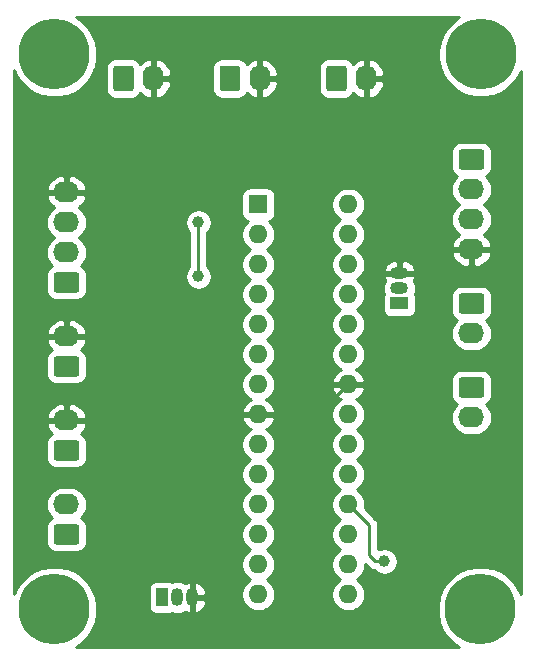
<source format=gbr>
%TF.GenerationSoftware,KiCad,Pcbnew,(5.1.6)-1*%
%TF.CreationDate,2021-03-31T20:23:18+03:00*%
%TF.ProjectId,reflow_oven,7265666c-6f77-45f6-9f76-656e2e6b6963,rev?*%
%TF.SameCoordinates,Original*%
%TF.FileFunction,Copper,L2,Bot*%
%TF.FilePolarity,Positive*%
%FSLAX46Y46*%
G04 Gerber Fmt 4.6, Leading zero omitted, Abs format (unit mm)*
G04 Created by KiCad (PCBNEW (5.1.6)-1) date 2021-03-31 20:23:18*
%MOMM*%
%LPD*%
G01*
G04 APERTURE LIST*
%TA.AperFunction,ComponentPad*%
%ADD10R,1.600000X1.600000*%
%TD*%
%TA.AperFunction,ComponentPad*%
%ADD11O,1.600000X1.600000*%
%TD*%
%TA.AperFunction,ComponentPad*%
%ADD12O,1.050000X1.500000*%
%TD*%
%TA.AperFunction,ComponentPad*%
%ADD13R,1.050000X1.500000*%
%TD*%
%TA.AperFunction,ComponentPad*%
%ADD14C,0.800000*%
%TD*%
%TA.AperFunction,ComponentPad*%
%ADD15C,6.000000*%
%TD*%
%TA.AperFunction,ComponentPad*%
%ADD16O,2.190000X1.740000*%
%TD*%
%TA.AperFunction,ComponentPad*%
%ADD17O,1.740000X2.190000*%
%TD*%
%TA.AperFunction,ComponentPad*%
%ADD18O,1.500000X1.050000*%
%TD*%
%TA.AperFunction,ComponentPad*%
%ADD19R,1.500000X1.050000*%
%TD*%
%TA.AperFunction,ViaPad*%
%ADD20C,1.000000*%
%TD*%
%TA.AperFunction,Conductor*%
%ADD21C,0.250000*%
%TD*%
%TA.AperFunction,Conductor*%
%ADD22C,0.254000*%
%TD*%
G04 APERTURE END LIST*
D10*
%TO.P,U1,1*%
%TO.N,RST*%
X50038000Y-67564000D03*
D11*
%TO.P,U1,15*%
%TO.N,Net-(U1-Pad15)*%
X57658000Y-100584000D03*
%TO.P,U1,2*%
%TO.N,UART_RX*%
X50038000Y-70104000D03*
%TO.P,U1,16*%
%TO.N,CS*%
X57658000Y-98044000D03*
%TO.P,U1,3*%
%TO.N,UART_TX*%
X50038000Y-72644000D03*
%TO.P,U1,17*%
%TO.N,Net-(U1-Pad17)*%
X57658000Y-95504000D03*
%TO.P,U1,4*%
%TO.N,BUTTON1*%
X50038000Y-75184000D03*
%TO.P,U1,18*%
%TO.N,D0*%
X57658000Y-92964000D03*
%TO.P,U1,5*%
%TO.N,BUTTON2*%
X50038000Y-77724000D03*
%TO.P,U1,19*%
%TO.N,SCK*%
X57658000Y-90424000D03*
%TO.P,U1,6*%
%TO.N,BUTTON3*%
X50038000Y-80264000D03*
%TO.P,U1,20*%
%TO.N,FAN_CONN+*%
X57658000Y-87884000D03*
%TO.P,U1,7*%
X50038000Y-82804000D03*
%TO.P,U1,21*%
%TO.N,Net-(C6-Pad1)*%
X57658000Y-85344000D03*
%TO.P,U1,8*%
%TO.N,GND*%
X50038000Y-85344000D03*
%TO.P,U1,22*%
X57658000Y-82804000D03*
%TO.P,U1,9*%
%TO.N,XTAL1*%
X50038000Y-87884000D03*
%TO.P,U1,23*%
%TO.N,FAN*%
X57658000Y-80264000D03*
%TO.P,U1,10*%
%TO.N,XTAL2*%
X50038000Y-90424000D03*
%TO.P,U1,24*%
%TO.N,Net-(U1-Pad24)*%
X57658000Y-77724000D03*
%TO.P,U1,11*%
%TO.N,RELAY*%
X50038000Y-92964000D03*
%TO.P,U1,25*%
%TO.N,Net-(U1-Pad25)*%
X57658000Y-75184000D03*
%TO.P,U1,12*%
%TO.N,Net-(U1-Pad12)*%
X50038000Y-95504000D03*
%TO.P,U1,26*%
%TO.N,Net-(U1-Pad26)*%
X57658000Y-72644000D03*
%TO.P,U1,13*%
%TO.N,Net-(U1-Pad13)*%
X50038000Y-98044000D03*
%TO.P,U1,27*%
%TO.N,SCL*%
X57658000Y-70104000D03*
%TO.P,U1,14*%
%TO.N,Net-(U1-Pad14)*%
X50038000Y-100584000D03*
%TO.P,U1,28*%
%TO.N,SDA*%
X57658000Y-67564000D03*
%TD*%
D12*
%TO.P,Q1,2*%
%TO.N,Net-(Q1-Pad2)*%
X43180000Y-100838000D03*
%TO.P,Q1,3*%
%TO.N,GND*%
X44450000Y-100838000D03*
D13*
%TO.P,Q1,1*%
%TO.N,RELAY_CONN*%
X41910000Y-100838000D03*
%TD*%
D14*
%TO.P,H2,1*%
%TO.N,N/C*%
X70460990Y-53273010D03*
X68870000Y-52614000D03*
X67279010Y-53273010D03*
X66620000Y-54864000D03*
X67279010Y-56454990D03*
X68870000Y-57114000D03*
X70460990Y-56454990D03*
X71120000Y-54864000D03*
D15*
X68870000Y-54864000D03*
%TD*%
%TO.P,H3,1*%
%TO.N,N/C*%
X68834000Y-101854000D03*
D14*
X71084000Y-101854000D03*
X70424990Y-103444990D03*
X68834000Y-104104000D03*
X67243010Y-103444990D03*
X66584000Y-101854000D03*
X67243010Y-100263010D03*
X68834000Y-99604000D03*
X70424990Y-100263010D03*
%TD*%
D15*
%TO.P,H4,1*%
%TO.N,N/C*%
X32766000Y-54864000D03*
D14*
X35016000Y-54864000D03*
X34356990Y-56454990D03*
X32766000Y-57114000D03*
X31175010Y-56454990D03*
X30516000Y-54864000D03*
X31175010Y-53273010D03*
X32766000Y-52614000D03*
X34356990Y-53273010D03*
%TD*%
D15*
%TO.P,H1,1*%
%TO.N,N/C*%
X32766000Y-101854000D03*
D14*
X35016000Y-101854000D03*
X34356990Y-103444990D03*
X32766000Y-104104000D03*
X31175010Y-103444990D03*
X30516000Y-101854000D03*
X31175010Y-100263010D03*
X32766000Y-99604000D03*
X34356990Y-100263010D03*
%TD*%
D16*
%TO.P,J1,4*%
%TO.N,GND*%
X33782000Y-66548000D03*
%TO.P,J1,3*%
%TO.N,RST*%
X33782000Y-69088000D03*
%TO.P,J1,2*%
%TO.N,UART_RX*%
X33782000Y-71628000D03*
%TO.P,J1,1*%
%TO.N,UART_TX*%
%TA.AperFunction,ComponentPad*%
G36*
G01*
X34627001Y-75038000D02*
X32936999Y-75038000D01*
G75*
G02*
X32687000Y-74788001I0J249999D01*
G01*
X32687000Y-73547999D01*
G75*
G02*
X32936999Y-73298000I249999J0D01*
G01*
X34627001Y-73298000D01*
G75*
G02*
X34877000Y-73547999I0J-249999D01*
G01*
X34877000Y-74788001D01*
G75*
G02*
X34627001Y-75038000I-249999J0D01*
G01*
G37*
%TD.AperFunction*%
%TD*%
%TO.P,J2,2*%
%TO.N,GND*%
X33782000Y-78740000D03*
%TO.P,J2,1*%
%TO.N,FAN_CONN+*%
%TA.AperFunction,ComponentPad*%
G36*
G01*
X34627001Y-82150000D02*
X32936999Y-82150000D01*
G75*
G02*
X32687000Y-81900001I0J249999D01*
G01*
X32687000Y-80659999D01*
G75*
G02*
X32936999Y-80410000I249999J0D01*
G01*
X34627001Y-80410000D01*
G75*
G02*
X34877000Y-80659999I0J-249999D01*
G01*
X34877000Y-81900001D01*
G75*
G02*
X34627001Y-82150000I-249999J0D01*
G01*
G37*
%TD.AperFunction*%
%TD*%
%TO.P,J3,1*%
%TO.N,LED_CONN*%
%TA.AperFunction,ComponentPad*%
G36*
G01*
X34627001Y-89262000D02*
X32936999Y-89262000D01*
G75*
G02*
X32687000Y-89012001I0J249999D01*
G01*
X32687000Y-87771999D01*
G75*
G02*
X32936999Y-87522000I249999J0D01*
G01*
X34627001Y-87522000D01*
G75*
G02*
X34877000Y-87771999I0J-249999D01*
G01*
X34877000Y-89012001D01*
G75*
G02*
X34627001Y-89262000I-249999J0D01*
G01*
G37*
%TD.AperFunction*%
%TO.P,J3,2*%
%TO.N,GND*%
X33782000Y-85852000D03*
%TD*%
%TO.P,J4,1*%
%TO.N,K-*%
%TA.AperFunction,ComponentPad*%
G36*
G01*
X67226999Y-82188000D02*
X68917001Y-82188000D01*
G75*
G02*
X69167000Y-82437999I0J-249999D01*
G01*
X69167000Y-83678001D01*
G75*
G02*
X68917001Y-83928000I-249999J0D01*
G01*
X67226999Y-83928000D01*
G75*
G02*
X66977000Y-83678001I0J249999D01*
G01*
X66977000Y-82437999D01*
G75*
G02*
X67226999Y-82188000I249999J0D01*
G01*
G37*
%TD.AperFunction*%
%TO.P,J4,2*%
%TO.N,K+*%
X68072000Y-85598000D03*
%TD*%
D17*
%TO.P,J5,2*%
%TO.N,GND*%
X41148000Y-56896000D03*
%TO.P,J5,1*%
%TO.N,BUTTON1_CONN*%
%TA.AperFunction,ComponentPad*%
G36*
G01*
X37738000Y-57741001D02*
X37738000Y-56050999D01*
G75*
G02*
X37987999Y-55801000I249999J0D01*
G01*
X39228001Y-55801000D01*
G75*
G02*
X39478000Y-56050999I0J-249999D01*
G01*
X39478000Y-57741001D01*
G75*
G02*
X39228001Y-57991000I-249999J0D01*
G01*
X37987999Y-57991000D01*
G75*
G02*
X37738000Y-57741001I0J249999D01*
G01*
G37*
%TD.AperFunction*%
%TD*%
%TO.P,J6,1*%
%TO.N,BUTTON2_CONN*%
%TA.AperFunction,ComponentPad*%
G36*
G01*
X46755000Y-57741001D02*
X46755000Y-56050999D01*
G75*
G02*
X47004999Y-55801000I249999J0D01*
G01*
X48245001Y-55801000D01*
G75*
G02*
X48495000Y-56050999I0J-249999D01*
G01*
X48495000Y-57741001D01*
G75*
G02*
X48245001Y-57991000I-249999J0D01*
G01*
X47004999Y-57991000D01*
G75*
G02*
X46755000Y-57741001I0J249999D01*
G01*
G37*
%TD.AperFunction*%
%TO.P,J6,2*%
%TO.N,GND*%
X50165000Y-56896000D03*
%TD*%
D16*
%TO.P,J7,2*%
%TO.N,RELAY_CONN*%
X33782000Y-92964000D03*
%TO.P,J7,1*%
%TO.N,FAN_CONN+*%
%TA.AperFunction,ComponentPad*%
G36*
G01*
X34627001Y-96374000D02*
X32936999Y-96374000D01*
G75*
G02*
X32687000Y-96124001I0J249999D01*
G01*
X32687000Y-94883999D01*
G75*
G02*
X32936999Y-94634000I249999J0D01*
G01*
X34627001Y-94634000D01*
G75*
G02*
X34877000Y-94883999I0J-249999D01*
G01*
X34877000Y-96124001D01*
G75*
G02*
X34627001Y-96374000I-249999J0D01*
G01*
G37*
%TD.AperFunction*%
%TD*%
%TO.P,J8,1*%
%TO.N,FAN_CONN+*%
%TA.AperFunction,ComponentPad*%
G36*
G01*
X67226999Y-62884000D02*
X68917001Y-62884000D01*
G75*
G02*
X69167000Y-63133999I0J-249999D01*
G01*
X69167000Y-64374001D01*
G75*
G02*
X68917001Y-64624000I-249999J0D01*
G01*
X67226999Y-64624000D01*
G75*
G02*
X66977000Y-64374001I0J249999D01*
G01*
X66977000Y-63133999D01*
G75*
G02*
X67226999Y-62884000I249999J0D01*
G01*
G37*
%TD.AperFunction*%
%TO.P,J8,2*%
%TO.N,SDA*%
X68072000Y-66294000D03*
%TO.P,J8,3*%
%TO.N,SCL*%
X68072000Y-68834000D03*
%TO.P,J8,4*%
%TO.N,GND*%
X68072000Y-71374000D03*
%TD*%
%TO.P,J9,1*%
%TO.N,BUTTON3_CONN*%
%TA.AperFunction,ComponentPad*%
G36*
G01*
X55772000Y-57741001D02*
X55772000Y-56050999D01*
G75*
G02*
X56021999Y-55801000I249999J0D01*
G01*
X57262001Y-55801000D01*
G75*
G02*
X57512000Y-56050999I0J-249999D01*
G01*
X57512000Y-57741001D01*
G75*
G02*
X57262001Y-57991000I-249999J0D01*
G01*
X56021999Y-57991000D01*
G75*
G02*
X55772000Y-57741001I0J249999D01*
G01*
G37*
%TD.AperFunction*%
D17*
%TO.P,J9,2*%
%TO.N,GND*%
X59182000Y-56896000D03*
%TD*%
%TO.P,J10,1*%
%TO.N,FAN_CONN-*%
%TA.AperFunction,ComponentPad*%
G36*
G01*
X67226999Y-75076000D02*
X68917001Y-75076000D01*
G75*
G02*
X69167000Y-75325999I0J-249999D01*
G01*
X69167000Y-76566001D01*
G75*
G02*
X68917001Y-76816000I-249999J0D01*
G01*
X67226999Y-76816000D01*
G75*
G02*
X66977000Y-76566001I0J249999D01*
G01*
X66977000Y-75325999D01*
G75*
G02*
X67226999Y-75076000I249999J0D01*
G01*
G37*
%TD.AperFunction*%
D16*
%TO.P,J10,2*%
%TO.N,FAN_CONN+*%
X68072000Y-78486000D03*
%TD*%
D18*
%TO.P,Q2,2*%
%TO.N,Net-(Q2-Pad2)*%
X61976000Y-74676000D03*
%TO.P,Q2,3*%
%TO.N,GND*%
X61976000Y-73406000D03*
D19*
%TO.P,Q2,1*%
%TO.N,FAN_CONN-*%
X61976000Y-75946000D03*
%TD*%
D20*
%TO.N,GND*%
X61722000Y-59944000D03*
X52705000Y-59944000D03*
X38862000Y-76708000D03*
X47244000Y-88392000D03*
X43688000Y-59944000D03*
X47498000Y-79248000D03*
X62230000Y-87376000D03*
X68326000Y-92456000D03*
X38100000Y-74676000D03*
%TO.N,D0*%
X60706000Y-97790000D03*
%TO.N,FAN_CONN+*%
X44958000Y-69088000D03*
X44958000Y-73660000D03*
%TD*%
D21*
%TO.N,GND*%
X55118000Y-85344000D02*
X57658000Y-82804000D01*
X50038000Y-85344000D02*
X55118000Y-85344000D01*
%TO.N,D0*%
X59436000Y-97282000D02*
X59944000Y-97790000D01*
X57658000Y-92964000D02*
X59436000Y-94742000D01*
X59944000Y-97790000D02*
X60706000Y-97790000D01*
X59436000Y-94742000D02*
X59436000Y-97282000D01*
%TO.N,FAN_CONN+*%
X44958000Y-69088000D02*
X44958000Y-73660000D01*
%TD*%
D22*
%TO.N,GND*%
G36*
X66552823Y-52040511D02*
G01*
X66046511Y-52546823D01*
X65648705Y-53142182D01*
X65374691Y-53803710D01*
X65235000Y-54505984D01*
X65235000Y-55222016D01*
X65374691Y-55924290D01*
X65648705Y-56585818D01*
X66046511Y-57181177D01*
X66552823Y-57687489D01*
X67148182Y-58085295D01*
X67809710Y-58359309D01*
X68511984Y-58499000D01*
X69228016Y-58499000D01*
X69930290Y-58359309D01*
X70591818Y-58085295D01*
X71187177Y-57687489D01*
X71693489Y-57181177D01*
X72091295Y-56585818D01*
X72238001Y-56231639D01*
X72238000Y-100573271D01*
X72055295Y-100132182D01*
X71657489Y-99536823D01*
X71151177Y-99030511D01*
X70555818Y-98632705D01*
X69894290Y-98358691D01*
X69192016Y-98219000D01*
X68475984Y-98219000D01*
X67773710Y-98358691D01*
X67112182Y-98632705D01*
X66516823Y-99030511D01*
X66010511Y-99536823D01*
X65612705Y-100132182D01*
X65338691Y-100793710D01*
X65199000Y-101495984D01*
X65199000Y-102212016D01*
X65338691Y-102914290D01*
X65612705Y-103575818D01*
X66010511Y-104171177D01*
X66516823Y-104677489D01*
X67005481Y-105004000D01*
X34594519Y-105004000D01*
X35083177Y-104677489D01*
X35589489Y-104171177D01*
X35987295Y-103575818D01*
X36261309Y-102914290D01*
X36401000Y-102212016D01*
X36401000Y-101495984D01*
X36261309Y-100793710D01*
X35987295Y-100132182D01*
X35957774Y-100088000D01*
X40746928Y-100088000D01*
X40746928Y-101588000D01*
X40759188Y-101712482D01*
X40795498Y-101832180D01*
X40854463Y-101942494D01*
X40933815Y-102039185D01*
X41030506Y-102118537D01*
X41140820Y-102177502D01*
X41260518Y-102213812D01*
X41385000Y-102226072D01*
X42435000Y-102226072D01*
X42559482Y-102213812D01*
X42679180Y-102177502D01*
X42743902Y-102142907D01*
X42952601Y-102206215D01*
X43180000Y-102228612D01*
X43407400Y-102206215D01*
X43626060Y-102139885D01*
X43814669Y-102039071D01*
X43873118Y-102080275D01*
X44082663Y-102173272D01*
X44144190Y-102181964D01*
X44323000Y-102056163D01*
X44323000Y-101291108D01*
X44323215Y-101290399D01*
X44340000Y-101119978D01*
X44340000Y-100965000D01*
X44577000Y-100965000D01*
X44577000Y-102056163D01*
X44755810Y-102181964D01*
X44817337Y-102173272D01*
X45026882Y-102080275D01*
X45214258Y-101948184D01*
X45372264Y-101782076D01*
X45494828Y-101588334D01*
X45577239Y-101374404D01*
X45616331Y-101148507D01*
X45456598Y-100965000D01*
X44577000Y-100965000D01*
X44340000Y-100965000D01*
X44340000Y-100556021D01*
X44323215Y-100385600D01*
X44323000Y-100384891D01*
X44323000Y-99619837D01*
X44577000Y-99619837D01*
X44577000Y-100711000D01*
X45456598Y-100711000D01*
X45616331Y-100527493D01*
X45577239Y-100301596D01*
X45494828Y-100087666D01*
X45372264Y-99893924D01*
X45214258Y-99727816D01*
X45026882Y-99595725D01*
X44817337Y-99502728D01*
X44755810Y-99494036D01*
X44577000Y-99619837D01*
X44323000Y-99619837D01*
X44144190Y-99494036D01*
X44082663Y-99502728D01*
X43873118Y-99595725D01*
X43814669Y-99636929D01*
X43626059Y-99536115D01*
X43407399Y-99469785D01*
X43180000Y-99447388D01*
X42952600Y-99469785D01*
X42743902Y-99533093D01*
X42679180Y-99498498D01*
X42559482Y-99462188D01*
X42435000Y-99449928D01*
X41385000Y-99449928D01*
X41260518Y-99462188D01*
X41140820Y-99498498D01*
X41030506Y-99557463D01*
X40933815Y-99636815D01*
X40854463Y-99733506D01*
X40795498Y-99843820D01*
X40759188Y-99963518D01*
X40746928Y-100088000D01*
X35957774Y-100088000D01*
X35589489Y-99536823D01*
X35083177Y-99030511D01*
X34487818Y-98632705D01*
X33826290Y-98358691D01*
X33124016Y-98219000D01*
X32407984Y-98219000D01*
X31705710Y-98358691D01*
X31044182Y-98632705D01*
X30448823Y-99030511D01*
X29942511Y-99536823D01*
X29544705Y-100132182D01*
X29362000Y-100573271D01*
X29362000Y-92964000D01*
X32044718Y-92964000D01*
X32073776Y-93259032D01*
X32159834Y-93542725D01*
X32299583Y-93804179D01*
X32487655Y-94033345D01*
X32553114Y-94087066D01*
X32443613Y-94145595D01*
X32309038Y-94256038D01*
X32198595Y-94390613D01*
X32116528Y-94544149D01*
X32065992Y-94710745D01*
X32048928Y-94883999D01*
X32048928Y-96124001D01*
X32065992Y-96297255D01*
X32116528Y-96463851D01*
X32198595Y-96617387D01*
X32309038Y-96751962D01*
X32443613Y-96862405D01*
X32597149Y-96944472D01*
X32763745Y-96995008D01*
X32936999Y-97012072D01*
X34627001Y-97012072D01*
X34800255Y-96995008D01*
X34966851Y-96944472D01*
X35120387Y-96862405D01*
X35254962Y-96751962D01*
X35365405Y-96617387D01*
X35447472Y-96463851D01*
X35498008Y-96297255D01*
X35515072Y-96124001D01*
X35515072Y-94883999D01*
X35498008Y-94710745D01*
X35447472Y-94544149D01*
X35365405Y-94390613D01*
X35254962Y-94256038D01*
X35120387Y-94145595D01*
X35010886Y-94087066D01*
X35076345Y-94033345D01*
X35264417Y-93804179D01*
X35404166Y-93542725D01*
X35490224Y-93259032D01*
X35519282Y-92964000D01*
X35490224Y-92668968D01*
X35404166Y-92385275D01*
X35264417Y-92123821D01*
X35076345Y-91894655D01*
X34847179Y-91706583D01*
X34585725Y-91566834D01*
X34302032Y-91480776D01*
X34080936Y-91459000D01*
X33483064Y-91459000D01*
X33261968Y-91480776D01*
X32978275Y-91566834D01*
X32716821Y-91706583D01*
X32487655Y-91894655D01*
X32299583Y-92123821D01*
X32159834Y-92385275D01*
X32073776Y-92668968D01*
X32044718Y-92964000D01*
X29362000Y-92964000D01*
X29362000Y-87771999D01*
X32048928Y-87771999D01*
X32048928Y-89012001D01*
X32065992Y-89185255D01*
X32116528Y-89351851D01*
X32198595Y-89505387D01*
X32309038Y-89639962D01*
X32443613Y-89750405D01*
X32597149Y-89832472D01*
X32763745Y-89883008D01*
X32936999Y-89900072D01*
X34627001Y-89900072D01*
X34800255Y-89883008D01*
X34966851Y-89832472D01*
X35120387Y-89750405D01*
X35254962Y-89639962D01*
X35365405Y-89505387D01*
X35447472Y-89351851D01*
X35498008Y-89185255D01*
X35515072Y-89012001D01*
X35515072Y-87771999D01*
X35512183Y-87742665D01*
X48603000Y-87742665D01*
X48603000Y-88025335D01*
X48658147Y-88302574D01*
X48766320Y-88563727D01*
X48923363Y-88798759D01*
X49123241Y-88998637D01*
X49355759Y-89154000D01*
X49123241Y-89309363D01*
X48923363Y-89509241D01*
X48766320Y-89744273D01*
X48658147Y-90005426D01*
X48603000Y-90282665D01*
X48603000Y-90565335D01*
X48658147Y-90842574D01*
X48766320Y-91103727D01*
X48923363Y-91338759D01*
X49123241Y-91538637D01*
X49355759Y-91694000D01*
X49123241Y-91849363D01*
X48923363Y-92049241D01*
X48766320Y-92284273D01*
X48658147Y-92545426D01*
X48603000Y-92822665D01*
X48603000Y-93105335D01*
X48658147Y-93382574D01*
X48766320Y-93643727D01*
X48923363Y-93878759D01*
X49123241Y-94078637D01*
X49355759Y-94234000D01*
X49123241Y-94389363D01*
X48923363Y-94589241D01*
X48766320Y-94824273D01*
X48658147Y-95085426D01*
X48603000Y-95362665D01*
X48603000Y-95645335D01*
X48658147Y-95922574D01*
X48766320Y-96183727D01*
X48923363Y-96418759D01*
X49123241Y-96618637D01*
X49355759Y-96774000D01*
X49123241Y-96929363D01*
X48923363Y-97129241D01*
X48766320Y-97364273D01*
X48658147Y-97625426D01*
X48603000Y-97902665D01*
X48603000Y-98185335D01*
X48658147Y-98462574D01*
X48766320Y-98723727D01*
X48923363Y-98958759D01*
X49123241Y-99158637D01*
X49355759Y-99314000D01*
X49123241Y-99469363D01*
X48923363Y-99669241D01*
X48766320Y-99904273D01*
X48658147Y-100165426D01*
X48603000Y-100442665D01*
X48603000Y-100725335D01*
X48658147Y-101002574D01*
X48766320Y-101263727D01*
X48923363Y-101498759D01*
X49123241Y-101698637D01*
X49358273Y-101855680D01*
X49619426Y-101963853D01*
X49896665Y-102019000D01*
X50179335Y-102019000D01*
X50456574Y-101963853D01*
X50717727Y-101855680D01*
X50952759Y-101698637D01*
X51152637Y-101498759D01*
X51309680Y-101263727D01*
X51417853Y-101002574D01*
X51473000Y-100725335D01*
X51473000Y-100442665D01*
X51417853Y-100165426D01*
X51309680Y-99904273D01*
X51152637Y-99669241D01*
X50952759Y-99469363D01*
X50720241Y-99314000D01*
X50952759Y-99158637D01*
X51152637Y-98958759D01*
X51309680Y-98723727D01*
X51417853Y-98462574D01*
X51473000Y-98185335D01*
X51473000Y-97902665D01*
X51417853Y-97625426D01*
X51309680Y-97364273D01*
X51152637Y-97129241D01*
X50952759Y-96929363D01*
X50720241Y-96774000D01*
X50952759Y-96618637D01*
X51152637Y-96418759D01*
X51309680Y-96183727D01*
X51417853Y-95922574D01*
X51473000Y-95645335D01*
X51473000Y-95362665D01*
X51417853Y-95085426D01*
X51309680Y-94824273D01*
X51152637Y-94589241D01*
X50952759Y-94389363D01*
X50720241Y-94234000D01*
X50952759Y-94078637D01*
X51152637Y-93878759D01*
X51309680Y-93643727D01*
X51417853Y-93382574D01*
X51473000Y-93105335D01*
X51473000Y-92822665D01*
X51417853Y-92545426D01*
X51309680Y-92284273D01*
X51152637Y-92049241D01*
X50952759Y-91849363D01*
X50720241Y-91694000D01*
X50952759Y-91538637D01*
X51152637Y-91338759D01*
X51309680Y-91103727D01*
X51417853Y-90842574D01*
X51473000Y-90565335D01*
X51473000Y-90282665D01*
X51417853Y-90005426D01*
X51309680Y-89744273D01*
X51152637Y-89509241D01*
X50952759Y-89309363D01*
X50720241Y-89154000D01*
X50952759Y-88998637D01*
X51152637Y-88798759D01*
X51309680Y-88563727D01*
X51417853Y-88302574D01*
X51473000Y-88025335D01*
X51473000Y-87742665D01*
X51417853Y-87465426D01*
X51309680Y-87204273D01*
X51152637Y-86969241D01*
X50952759Y-86769363D01*
X50717727Y-86612320D01*
X50707135Y-86607933D01*
X50893131Y-86496385D01*
X51101519Y-86307414D01*
X51269037Y-86081420D01*
X51389246Y-85827087D01*
X51429904Y-85693039D01*
X51307915Y-85471000D01*
X50165000Y-85471000D01*
X50165000Y-85491000D01*
X49911000Y-85491000D01*
X49911000Y-85471000D01*
X48768085Y-85471000D01*
X48646096Y-85693039D01*
X48686754Y-85827087D01*
X48806963Y-86081420D01*
X48974481Y-86307414D01*
X49182869Y-86496385D01*
X49368865Y-86607933D01*
X49358273Y-86612320D01*
X49123241Y-86769363D01*
X48923363Y-86969241D01*
X48766320Y-87204273D01*
X48658147Y-87465426D01*
X48603000Y-87742665D01*
X35512183Y-87742665D01*
X35498008Y-87598745D01*
X35447472Y-87432149D01*
X35365405Y-87278613D01*
X35254962Y-87144038D01*
X35120387Y-87033595D01*
X35011410Y-86975345D01*
X35170306Y-86818326D01*
X35336474Y-86572809D01*
X35451551Y-86299591D01*
X35468302Y-86212031D01*
X35347246Y-85979000D01*
X33909000Y-85979000D01*
X33909000Y-85999000D01*
X33655000Y-85999000D01*
X33655000Y-85979000D01*
X32216754Y-85979000D01*
X32095698Y-86212031D01*
X32112449Y-86299591D01*
X32227526Y-86572809D01*
X32393694Y-86818326D01*
X32552590Y-86975345D01*
X32443613Y-87033595D01*
X32309038Y-87144038D01*
X32198595Y-87278613D01*
X32116528Y-87432149D01*
X32065992Y-87598745D01*
X32048928Y-87771999D01*
X29362000Y-87771999D01*
X29362000Y-85491969D01*
X32095698Y-85491969D01*
X32216754Y-85725000D01*
X33655000Y-85725000D01*
X33655000Y-84501624D01*
X33909000Y-84501624D01*
X33909000Y-85725000D01*
X35347246Y-85725000D01*
X35468302Y-85491969D01*
X35451551Y-85404409D01*
X35336474Y-85131191D01*
X35170306Y-84885674D01*
X34959433Y-84677292D01*
X34711958Y-84514053D01*
X34437392Y-84402231D01*
X34146286Y-84346123D01*
X33909000Y-84501624D01*
X33655000Y-84501624D01*
X33417714Y-84346123D01*
X33126608Y-84402231D01*
X32852042Y-84514053D01*
X32604567Y-84677292D01*
X32393694Y-84885674D01*
X32227526Y-85131191D01*
X32112449Y-85404409D01*
X32095698Y-85491969D01*
X29362000Y-85491969D01*
X29362000Y-80659999D01*
X32048928Y-80659999D01*
X32048928Y-81900001D01*
X32065992Y-82073255D01*
X32116528Y-82239851D01*
X32198595Y-82393387D01*
X32309038Y-82527962D01*
X32443613Y-82638405D01*
X32597149Y-82720472D01*
X32763745Y-82771008D01*
X32936999Y-82788072D01*
X34627001Y-82788072D01*
X34800255Y-82771008D01*
X34966851Y-82720472D01*
X35120387Y-82638405D01*
X35254962Y-82527962D01*
X35365405Y-82393387D01*
X35447472Y-82239851D01*
X35498008Y-82073255D01*
X35515072Y-81900001D01*
X35515072Y-80659999D01*
X35498008Y-80486745D01*
X35447472Y-80320149D01*
X35365405Y-80166613D01*
X35254962Y-80032038D01*
X35120387Y-79921595D01*
X35011410Y-79863345D01*
X35170306Y-79706326D01*
X35336474Y-79460809D01*
X35451551Y-79187591D01*
X35468302Y-79100031D01*
X35347246Y-78867000D01*
X33909000Y-78867000D01*
X33909000Y-78887000D01*
X33655000Y-78887000D01*
X33655000Y-78867000D01*
X32216754Y-78867000D01*
X32095698Y-79100031D01*
X32112449Y-79187591D01*
X32227526Y-79460809D01*
X32393694Y-79706326D01*
X32552590Y-79863345D01*
X32443613Y-79921595D01*
X32309038Y-80032038D01*
X32198595Y-80166613D01*
X32116528Y-80320149D01*
X32065992Y-80486745D01*
X32048928Y-80659999D01*
X29362000Y-80659999D01*
X29362000Y-78379969D01*
X32095698Y-78379969D01*
X32216754Y-78613000D01*
X33655000Y-78613000D01*
X33655000Y-77389624D01*
X33909000Y-77389624D01*
X33909000Y-78613000D01*
X35347246Y-78613000D01*
X35468302Y-78379969D01*
X35451551Y-78292409D01*
X35336474Y-78019191D01*
X35170306Y-77773674D01*
X34959433Y-77565292D01*
X34711958Y-77402053D01*
X34437392Y-77290231D01*
X34146286Y-77234123D01*
X33909000Y-77389624D01*
X33655000Y-77389624D01*
X33417714Y-77234123D01*
X33126608Y-77290231D01*
X32852042Y-77402053D01*
X32604567Y-77565292D01*
X32393694Y-77773674D01*
X32227526Y-78019191D01*
X32112449Y-78292409D01*
X32095698Y-78379969D01*
X29362000Y-78379969D01*
X29362000Y-69088000D01*
X32044718Y-69088000D01*
X32073776Y-69383032D01*
X32159834Y-69666725D01*
X32299583Y-69928179D01*
X32487655Y-70157345D01*
X32716821Y-70345417D01*
X32740362Y-70358000D01*
X32716821Y-70370583D01*
X32487655Y-70558655D01*
X32299583Y-70787821D01*
X32159834Y-71049275D01*
X32073776Y-71332968D01*
X32044718Y-71628000D01*
X32073776Y-71923032D01*
X32159834Y-72206725D01*
X32299583Y-72468179D01*
X32487655Y-72697345D01*
X32553114Y-72751066D01*
X32443613Y-72809595D01*
X32309038Y-72920038D01*
X32198595Y-73054613D01*
X32116528Y-73208149D01*
X32065992Y-73374745D01*
X32048928Y-73547999D01*
X32048928Y-74788001D01*
X32065992Y-74961255D01*
X32116528Y-75127851D01*
X32198595Y-75281387D01*
X32309038Y-75415962D01*
X32443613Y-75526405D01*
X32597149Y-75608472D01*
X32763745Y-75659008D01*
X32936999Y-75676072D01*
X34627001Y-75676072D01*
X34800255Y-75659008D01*
X34966851Y-75608472D01*
X35120387Y-75526405D01*
X35254962Y-75415962D01*
X35365405Y-75281387D01*
X35447472Y-75127851D01*
X35498008Y-74961255D01*
X35515072Y-74788001D01*
X35515072Y-73547999D01*
X35498008Y-73374745D01*
X35447472Y-73208149D01*
X35365405Y-73054613D01*
X35254962Y-72920038D01*
X35120387Y-72809595D01*
X35010886Y-72751066D01*
X35076345Y-72697345D01*
X35264417Y-72468179D01*
X35404166Y-72206725D01*
X35490224Y-71923032D01*
X35519282Y-71628000D01*
X35490224Y-71332968D01*
X35404166Y-71049275D01*
X35264417Y-70787821D01*
X35076345Y-70558655D01*
X34847179Y-70370583D01*
X34823638Y-70358000D01*
X34847179Y-70345417D01*
X35076345Y-70157345D01*
X35264417Y-69928179D01*
X35404166Y-69666725D01*
X35490224Y-69383032D01*
X35519282Y-69088000D01*
X35508272Y-68976212D01*
X43823000Y-68976212D01*
X43823000Y-69199788D01*
X43866617Y-69419067D01*
X43952176Y-69625624D01*
X44076388Y-69811520D01*
X44198000Y-69933132D01*
X44198001Y-72814867D01*
X44076388Y-72936480D01*
X43952176Y-73122376D01*
X43866617Y-73328933D01*
X43823000Y-73548212D01*
X43823000Y-73771788D01*
X43866617Y-73991067D01*
X43952176Y-74197624D01*
X44076388Y-74383520D01*
X44234480Y-74541612D01*
X44420376Y-74665824D01*
X44626933Y-74751383D01*
X44846212Y-74795000D01*
X45069788Y-74795000D01*
X45289067Y-74751383D01*
X45495624Y-74665824D01*
X45681520Y-74541612D01*
X45839612Y-74383520D01*
X45963824Y-74197624D01*
X46049383Y-73991067D01*
X46093000Y-73771788D01*
X46093000Y-73548212D01*
X46049383Y-73328933D01*
X45963824Y-73122376D01*
X45839612Y-72936480D01*
X45718000Y-72814868D01*
X45718000Y-69933132D01*
X45839612Y-69811520D01*
X45963824Y-69625624D01*
X46049383Y-69419067D01*
X46093000Y-69199788D01*
X46093000Y-68976212D01*
X46049383Y-68756933D01*
X45963824Y-68550376D01*
X45839612Y-68364480D01*
X45681520Y-68206388D01*
X45495624Y-68082176D01*
X45289067Y-67996617D01*
X45069788Y-67953000D01*
X44846212Y-67953000D01*
X44626933Y-67996617D01*
X44420376Y-68082176D01*
X44234480Y-68206388D01*
X44076388Y-68364480D01*
X43952176Y-68550376D01*
X43866617Y-68756933D01*
X43823000Y-68976212D01*
X35508272Y-68976212D01*
X35490224Y-68792968D01*
X35404166Y-68509275D01*
X35264417Y-68247821D01*
X35076345Y-68018655D01*
X34847179Y-67830583D01*
X34818848Y-67815440D01*
X34959433Y-67722708D01*
X35170306Y-67514326D01*
X35336474Y-67268809D01*
X35451551Y-66995591D01*
X35468302Y-66908031D01*
X35393481Y-66764000D01*
X48599928Y-66764000D01*
X48599928Y-68364000D01*
X48612188Y-68488482D01*
X48648498Y-68608180D01*
X48707463Y-68718494D01*
X48786815Y-68815185D01*
X48883506Y-68894537D01*
X48993820Y-68953502D01*
X49113518Y-68989812D01*
X49121961Y-68990643D01*
X48923363Y-69189241D01*
X48766320Y-69424273D01*
X48658147Y-69685426D01*
X48603000Y-69962665D01*
X48603000Y-70245335D01*
X48658147Y-70522574D01*
X48766320Y-70783727D01*
X48923363Y-71018759D01*
X49123241Y-71218637D01*
X49355759Y-71374000D01*
X49123241Y-71529363D01*
X48923363Y-71729241D01*
X48766320Y-71964273D01*
X48658147Y-72225426D01*
X48603000Y-72502665D01*
X48603000Y-72785335D01*
X48658147Y-73062574D01*
X48766320Y-73323727D01*
X48923363Y-73558759D01*
X49123241Y-73758637D01*
X49355759Y-73914000D01*
X49123241Y-74069363D01*
X48923363Y-74269241D01*
X48766320Y-74504273D01*
X48658147Y-74765426D01*
X48603000Y-75042665D01*
X48603000Y-75325335D01*
X48658147Y-75602574D01*
X48766320Y-75863727D01*
X48923363Y-76098759D01*
X49123241Y-76298637D01*
X49355759Y-76454000D01*
X49123241Y-76609363D01*
X48923363Y-76809241D01*
X48766320Y-77044273D01*
X48658147Y-77305426D01*
X48603000Y-77582665D01*
X48603000Y-77865335D01*
X48658147Y-78142574D01*
X48766320Y-78403727D01*
X48923363Y-78638759D01*
X49123241Y-78838637D01*
X49355759Y-78994000D01*
X49123241Y-79149363D01*
X48923363Y-79349241D01*
X48766320Y-79584273D01*
X48658147Y-79845426D01*
X48603000Y-80122665D01*
X48603000Y-80405335D01*
X48658147Y-80682574D01*
X48766320Y-80943727D01*
X48923363Y-81178759D01*
X49123241Y-81378637D01*
X49355759Y-81534000D01*
X49123241Y-81689363D01*
X48923363Y-81889241D01*
X48766320Y-82124273D01*
X48658147Y-82385426D01*
X48603000Y-82662665D01*
X48603000Y-82945335D01*
X48658147Y-83222574D01*
X48766320Y-83483727D01*
X48923363Y-83718759D01*
X49123241Y-83918637D01*
X49358273Y-84075680D01*
X49368865Y-84080067D01*
X49182869Y-84191615D01*
X48974481Y-84380586D01*
X48806963Y-84606580D01*
X48686754Y-84860913D01*
X48646096Y-84994961D01*
X48768085Y-85217000D01*
X49911000Y-85217000D01*
X49911000Y-85197000D01*
X50165000Y-85197000D01*
X50165000Y-85217000D01*
X51307915Y-85217000D01*
X51315790Y-85202665D01*
X56223000Y-85202665D01*
X56223000Y-85485335D01*
X56278147Y-85762574D01*
X56386320Y-86023727D01*
X56543363Y-86258759D01*
X56743241Y-86458637D01*
X56975759Y-86614000D01*
X56743241Y-86769363D01*
X56543363Y-86969241D01*
X56386320Y-87204273D01*
X56278147Y-87465426D01*
X56223000Y-87742665D01*
X56223000Y-88025335D01*
X56278147Y-88302574D01*
X56386320Y-88563727D01*
X56543363Y-88798759D01*
X56743241Y-88998637D01*
X56975759Y-89154000D01*
X56743241Y-89309363D01*
X56543363Y-89509241D01*
X56386320Y-89744273D01*
X56278147Y-90005426D01*
X56223000Y-90282665D01*
X56223000Y-90565335D01*
X56278147Y-90842574D01*
X56386320Y-91103727D01*
X56543363Y-91338759D01*
X56743241Y-91538637D01*
X56975759Y-91694000D01*
X56743241Y-91849363D01*
X56543363Y-92049241D01*
X56386320Y-92284273D01*
X56278147Y-92545426D01*
X56223000Y-92822665D01*
X56223000Y-93105335D01*
X56278147Y-93382574D01*
X56386320Y-93643727D01*
X56543363Y-93878759D01*
X56743241Y-94078637D01*
X56975759Y-94234000D01*
X56743241Y-94389363D01*
X56543363Y-94589241D01*
X56386320Y-94824273D01*
X56278147Y-95085426D01*
X56223000Y-95362665D01*
X56223000Y-95645335D01*
X56278147Y-95922574D01*
X56386320Y-96183727D01*
X56543363Y-96418759D01*
X56743241Y-96618637D01*
X56975759Y-96774000D01*
X56743241Y-96929363D01*
X56543363Y-97129241D01*
X56386320Y-97364273D01*
X56278147Y-97625426D01*
X56223000Y-97902665D01*
X56223000Y-98185335D01*
X56278147Y-98462574D01*
X56386320Y-98723727D01*
X56543363Y-98958759D01*
X56743241Y-99158637D01*
X56975759Y-99314000D01*
X56743241Y-99469363D01*
X56543363Y-99669241D01*
X56386320Y-99904273D01*
X56278147Y-100165426D01*
X56223000Y-100442665D01*
X56223000Y-100725335D01*
X56278147Y-101002574D01*
X56386320Y-101263727D01*
X56543363Y-101498759D01*
X56743241Y-101698637D01*
X56978273Y-101855680D01*
X57239426Y-101963853D01*
X57516665Y-102019000D01*
X57799335Y-102019000D01*
X58076574Y-101963853D01*
X58337727Y-101855680D01*
X58572759Y-101698637D01*
X58772637Y-101498759D01*
X58929680Y-101263727D01*
X59037853Y-101002574D01*
X59093000Y-100725335D01*
X59093000Y-100442665D01*
X59037853Y-100165426D01*
X58929680Y-99904273D01*
X58772637Y-99669241D01*
X58572759Y-99469363D01*
X58340241Y-99314000D01*
X58572759Y-99158637D01*
X58772637Y-98958759D01*
X58929680Y-98723727D01*
X59037853Y-98462574D01*
X59093000Y-98185335D01*
X59093000Y-98013801D01*
X59380200Y-98301002D01*
X59403999Y-98330001D01*
X59519724Y-98424974D01*
X59651753Y-98495546D01*
X59795014Y-98539003D01*
X59855864Y-98544996D01*
X59982480Y-98671612D01*
X60168376Y-98795824D01*
X60374933Y-98881383D01*
X60594212Y-98925000D01*
X60817788Y-98925000D01*
X61037067Y-98881383D01*
X61243624Y-98795824D01*
X61429520Y-98671612D01*
X61587612Y-98513520D01*
X61711824Y-98327624D01*
X61797383Y-98121067D01*
X61841000Y-97901788D01*
X61841000Y-97678212D01*
X61797383Y-97458933D01*
X61711824Y-97252376D01*
X61587612Y-97066480D01*
X61429520Y-96908388D01*
X61243624Y-96784176D01*
X61037067Y-96698617D01*
X60817788Y-96655000D01*
X60594212Y-96655000D01*
X60374933Y-96698617D01*
X60196000Y-96772734D01*
X60196000Y-94779325D01*
X60199676Y-94742000D01*
X60196000Y-94704675D01*
X60196000Y-94704667D01*
X60185003Y-94593014D01*
X60141546Y-94449753D01*
X60070974Y-94317724D01*
X59976001Y-94201999D01*
X59947004Y-94178202D01*
X59056688Y-93287886D01*
X59093000Y-93105335D01*
X59093000Y-92822665D01*
X59037853Y-92545426D01*
X58929680Y-92284273D01*
X58772637Y-92049241D01*
X58572759Y-91849363D01*
X58340241Y-91694000D01*
X58572759Y-91538637D01*
X58772637Y-91338759D01*
X58929680Y-91103727D01*
X59037853Y-90842574D01*
X59093000Y-90565335D01*
X59093000Y-90282665D01*
X59037853Y-90005426D01*
X58929680Y-89744273D01*
X58772637Y-89509241D01*
X58572759Y-89309363D01*
X58340241Y-89154000D01*
X58572759Y-88998637D01*
X58772637Y-88798759D01*
X58929680Y-88563727D01*
X59037853Y-88302574D01*
X59093000Y-88025335D01*
X59093000Y-87742665D01*
X59037853Y-87465426D01*
X58929680Y-87204273D01*
X58772637Y-86969241D01*
X58572759Y-86769363D01*
X58340241Y-86614000D01*
X58572759Y-86458637D01*
X58772637Y-86258759D01*
X58929680Y-86023727D01*
X59037853Y-85762574D01*
X59070589Y-85598000D01*
X66334718Y-85598000D01*
X66363776Y-85893032D01*
X66449834Y-86176725D01*
X66589583Y-86438179D01*
X66777655Y-86667345D01*
X67006821Y-86855417D01*
X67268275Y-86995166D01*
X67551968Y-87081224D01*
X67773064Y-87103000D01*
X68370936Y-87103000D01*
X68592032Y-87081224D01*
X68875725Y-86995166D01*
X69137179Y-86855417D01*
X69366345Y-86667345D01*
X69554417Y-86438179D01*
X69694166Y-86176725D01*
X69780224Y-85893032D01*
X69809282Y-85598000D01*
X69780224Y-85302968D01*
X69694166Y-85019275D01*
X69554417Y-84757821D01*
X69366345Y-84528655D01*
X69300886Y-84474934D01*
X69410387Y-84416405D01*
X69544962Y-84305962D01*
X69655405Y-84171387D01*
X69737472Y-84017851D01*
X69788008Y-83851255D01*
X69805072Y-83678001D01*
X69805072Y-82437999D01*
X69788008Y-82264745D01*
X69737472Y-82098149D01*
X69655405Y-81944613D01*
X69544962Y-81810038D01*
X69410387Y-81699595D01*
X69256851Y-81617528D01*
X69090255Y-81566992D01*
X68917001Y-81549928D01*
X67226999Y-81549928D01*
X67053745Y-81566992D01*
X66887149Y-81617528D01*
X66733613Y-81699595D01*
X66599038Y-81810038D01*
X66488595Y-81944613D01*
X66406528Y-82098149D01*
X66355992Y-82264745D01*
X66338928Y-82437999D01*
X66338928Y-83678001D01*
X66355992Y-83851255D01*
X66406528Y-84017851D01*
X66488595Y-84171387D01*
X66599038Y-84305962D01*
X66733613Y-84416405D01*
X66843114Y-84474934D01*
X66777655Y-84528655D01*
X66589583Y-84757821D01*
X66449834Y-85019275D01*
X66363776Y-85302968D01*
X66334718Y-85598000D01*
X59070589Y-85598000D01*
X59093000Y-85485335D01*
X59093000Y-85202665D01*
X59037853Y-84925426D01*
X58929680Y-84664273D01*
X58772637Y-84429241D01*
X58572759Y-84229363D01*
X58337727Y-84072320D01*
X58327135Y-84067933D01*
X58513131Y-83956385D01*
X58721519Y-83767414D01*
X58889037Y-83541420D01*
X59009246Y-83287087D01*
X59049904Y-83153039D01*
X58927915Y-82931000D01*
X57785000Y-82931000D01*
X57785000Y-82951000D01*
X57531000Y-82951000D01*
X57531000Y-82931000D01*
X56388085Y-82931000D01*
X56266096Y-83153039D01*
X56306754Y-83287087D01*
X56426963Y-83541420D01*
X56594481Y-83767414D01*
X56802869Y-83956385D01*
X56988865Y-84067933D01*
X56978273Y-84072320D01*
X56743241Y-84229363D01*
X56543363Y-84429241D01*
X56386320Y-84664273D01*
X56278147Y-84925426D01*
X56223000Y-85202665D01*
X51315790Y-85202665D01*
X51429904Y-84994961D01*
X51389246Y-84860913D01*
X51269037Y-84606580D01*
X51101519Y-84380586D01*
X50893131Y-84191615D01*
X50707135Y-84080067D01*
X50717727Y-84075680D01*
X50952759Y-83918637D01*
X51152637Y-83718759D01*
X51309680Y-83483727D01*
X51417853Y-83222574D01*
X51473000Y-82945335D01*
X51473000Y-82662665D01*
X51417853Y-82385426D01*
X51309680Y-82124273D01*
X51152637Y-81889241D01*
X50952759Y-81689363D01*
X50720241Y-81534000D01*
X50952759Y-81378637D01*
X51152637Y-81178759D01*
X51309680Y-80943727D01*
X51417853Y-80682574D01*
X51473000Y-80405335D01*
X51473000Y-80122665D01*
X51417853Y-79845426D01*
X51309680Y-79584273D01*
X51152637Y-79349241D01*
X50952759Y-79149363D01*
X50720241Y-78994000D01*
X50952759Y-78838637D01*
X51152637Y-78638759D01*
X51309680Y-78403727D01*
X51417853Y-78142574D01*
X51473000Y-77865335D01*
X51473000Y-77582665D01*
X51417853Y-77305426D01*
X51309680Y-77044273D01*
X51152637Y-76809241D01*
X50952759Y-76609363D01*
X50720241Y-76454000D01*
X50952759Y-76298637D01*
X51152637Y-76098759D01*
X51309680Y-75863727D01*
X51417853Y-75602574D01*
X51473000Y-75325335D01*
X51473000Y-75042665D01*
X51417853Y-74765426D01*
X51309680Y-74504273D01*
X51152637Y-74269241D01*
X50952759Y-74069363D01*
X50720241Y-73914000D01*
X50952759Y-73758637D01*
X51152637Y-73558759D01*
X51309680Y-73323727D01*
X51417853Y-73062574D01*
X51473000Y-72785335D01*
X51473000Y-72502665D01*
X51417853Y-72225426D01*
X51309680Y-71964273D01*
X51152637Y-71729241D01*
X50952759Y-71529363D01*
X50720241Y-71374000D01*
X50952759Y-71218637D01*
X51152637Y-71018759D01*
X51309680Y-70783727D01*
X51417853Y-70522574D01*
X51473000Y-70245335D01*
X51473000Y-69962665D01*
X51417853Y-69685426D01*
X51309680Y-69424273D01*
X51152637Y-69189241D01*
X50954039Y-68990643D01*
X50962482Y-68989812D01*
X51082180Y-68953502D01*
X51192494Y-68894537D01*
X51289185Y-68815185D01*
X51368537Y-68718494D01*
X51427502Y-68608180D01*
X51463812Y-68488482D01*
X51476072Y-68364000D01*
X51476072Y-67422665D01*
X56223000Y-67422665D01*
X56223000Y-67705335D01*
X56278147Y-67982574D01*
X56386320Y-68243727D01*
X56543363Y-68478759D01*
X56743241Y-68678637D01*
X56975759Y-68834000D01*
X56743241Y-68989363D01*
X56543363Y-69189241D01*
X56386320Y-69424273D01*
X56278147Y-69685426D01*
X56223000Y-69962665D01*
X56223000Y-70245335D01*
X56278147Y-70522574D01*
X56386320Y-70783727D01*
X56543363Y-71018759D01*
X56743241Y-71218637D01*
X56975759Y-71374000D01*
X56743241Y-71529363D01*
X56543363Y-71729241D01*
X56386320Y-71964273D01*
X56278147Y-72225426D01*
X56223000Y-72502665D01*
X56223000Y-72785335D01*
X56278147Y-73062574D01*
X56386320Y-73323727D01*
X56543363Y-73558759D01*
X56743241Y-73758637D01*
X56975759Y-73914000D01*
X56743241Y-74069363D01*
X56543363Y-74269241D01*
X56386320Y-74504273D01*
X56278147Y-74765426D01*
X56223000Y-75042665D01*
X56223000Y-75325335D01*
X56278147Y-75602574D01*
X56386320Y-75863727D01*
X56543363Y-76098759D01*
X56743241Y-76298637D01*
X56975759Y-76454000D01*
X56743241Y-76609363D01*
X56543363Y-76809241D01*
X56386320Y-77044273D01*
X56278147Y-77305426D01*
X56223000Y-77582665D01*
X56223000Y-77865335D01*
X56278147Y-78142574D01*
X56386320Y-78403727D01*
X56543363Y-78638759D01*
X56743241Y-78838637D01*
X56975759Y-78994000D01*
X56743241Y-79149363D01*
X56543363Y-79349241D01*
X56386320Y-79584273D01*
X56278147Y-79845426D01*
X56223000Y-80122665D01*
X56223000Y-80405335D01*
X56278147Y-80682574D01*
X56386320Y-80943727D01*
X56543363Y-81178759D01*
X56743241Y-81378637D01*
X56978273Y-81535680D01*
X56988865Y-81540067D01*
X56802869Y-81651615D01*
X56594481Y-81840586D01*
X56426963Y-82066580D01*
X56306754Y-82320913D01*
X56266096Y-82454961D01*
X56388085Y-82677000D01*
X57531000Y-82677000D01*
X57531000Y-82657000D01*
X57785000Y-82657000D01*
X57785000Y-82677000D01*
X58927915Y-82677000D01*
X59049904Y-82454961D01*
X59009246Y-82320913D01*
X58889037Y-82066580D01*
X58721519Y-81840586D01*
X58513131Y-81651615D01*
X58327135Y-81540067D01*
X58337727Y-81535680D01*
X58572759Y-81378637D01*
X58772637Y-81178759D01*
X58929680Y-80943727D01*
X59037853Y-80682574D01*
X59093000Y-80405335D01*
X59093000Y-80122665D01*
X59037853Y-79845426D01*
X58929680Y-79584273D01*
X58772637Y-79349241D01*
X58572759Y-79149363D01*
X58340241Y-78994000D01*
X58572759Y-78838637D01*
X58772637Y-78638759D01*
X58874707Y-78486000D01*
X66334718Y-78486000D01*
X66363776Y-78781032D01*
X66449834Y-79064725D01*
X66589583Y-79326179D01*
X66777655Y-79555345D01*
X67006821Y-79743417D01*
X67268275Y-79883166D01*
X67551968Y-79969224D01*
X67773064Y-79991000D01*
X68370936Y-79991000D01*
X68592032Y-79969224D01*
X68875725Y-79883166D01*
X69137179Y-79743417D01*
X69366345Y-79555345D01*
X69554417Y-79326179D01*
X69694166Y-79064725D01*
X69780224Y-78781032D01*
X69809282Y-78486000D01*
X69780224Y-78190968D01*
X69694166Y-77907275D01*
X69554417Y-77645821D01*
X69366345Y-77416655D01*
X69300886Y-77362934D01*
X69410387Y-77304405D01*
X69544962Y-77193962D01*
X69655405Y-77059387D01*
X69737472Y-76905851D01*
X69788008Y-76739255D01*
X69805072Y-76566001D01*
X69805072Y-75325999D01*
X69788008Y-75152745D01*
X69737472Y-74986149D01*
X69655405Y-74832613D01*
X69544962Y-74698038D01*
X69410387Y-74587595D01*
X69256851Y-74505528D01*
X69090255Y-74454992D01*
X68917001Y-74437928D01*
X67226999Y-74437928D01*
X67053745Y-74454992D01*
X66887149Y-74505528D01*
X66733613Y-74587595D01*
X66599038Y-74698038D01*
X66488595Y-74832613D01*
X66406528Y-74986149D01*
X66355992Y-75152745D01*
X66338928Y-75325999D01*
X66338928Y-76566001D01*
X66355992Y-76739255D01*
X66406528Y-76905851D01*
X66488595Y-77059387D01*
X66599038Y-77193962D01*
X66733613Y-77304405D01*
X66843114Y-77362934D01*
X66777655Y-77416655D01*
X66589583Y-77645821D01*
X66449834Y-77907275D01*
X66363776Y-78190968D01*
X66334718Y-78486000D01*
X58874707Y-78486000D01*
X58929680Y-78403727D01*
X59037853Y-78142574D01*
X59093000Y-77865335D01*
X59093000Y-77582665D01*
X59037853Y-77305426D01*
X58929680Y-77044273D01*
X58772637Y-76809241D01*
X58572759Y-76609363D01*
X58340241Y-76454000D01*
X58572759Y-76298637D01*
X58772637Y-76098759D01*
X58929680Y-75863727D01*
X59037853Y-75602574D01*
X59093000Y-75325335D01*
X59093000Y-75042665D01*
X59037853Y-74765426D01*
X59000812Y-74676000D01*
X60585388Y-74676000D01*
X60607785Y-74903400D01*
X60671093Y-75112098D01*
X60636498Y-75176820D01*
X60600188Y-75296518D01*
X60587928Y-75421000D01*
X60587928Y-76471000D01*
X60600188Y-76595482D01*
X60636498Y-76715180D01*
X60695463Y-76825494D01*
X60774815Y-76922185D01*
X60871506Y-77001537D01*
X60981820Y-77060502D01*
X61101518Y-77096812D01*
X61226000Y-77109072D01*
X62726000Y-77109072D01*
X62850482Y-77096812D01*
X62970180Y-77060502D01*
X63080494Y-77001537D01*
X63177185Y-76922185D01*
X63256537Y-76825494D01*
X63315502Y-76715180D01*
X63351812Y-76595482D01*
X63364072Y-76471000D01*
X63364072Y-75421000D01*
X63351812Y-75296518D01*
X63315502Y-75176820D01*
X63280907Y-75112098D01*
X63344215Y-74903400D01*
X63366612Y-74676000D01*
X63344215Y-74448600D01*
X63277885Y-74229940D01*
X63177071Y-74041331D01*
X63218275Y-73982882D01*
X63311272Y-73773337D01*
X63319964Y-73711810D01*
X63194163Y-73533000D01*
X62429109Y-73533000D01*
X62428400Y-73532785D01*
X62257979Y-73516000D01*
X61694021Y-73516000D01*
X61523600Y-73532785D01*
X61522891Y-73533000D01*
X60757837Y-73533000D01*
X60632036Y-73711810D01*
X60640728Y-73773337D01*
X60733725Y-73982882D01*
X60774929Y-74041331D01*
X60674115Y-74229940D01*
X60607785Y-74448600D01*
X60585388Y-74676000D01*
X59000812Y-74676000D01*
X58929680Y-74504273D01*
X58772637Y-74269241D01*
X58572759Y-74069363D01*
X58340241Y-73914000D01*
X58572759Y-73758637D01*
X58772637Y-73558759D01*
X58929680Y-73323727D01*
X59022271Y-73100190D01*
X60632036Y-73100190D01*
X60757837Y-73279000D01*
X61849000Y-73279000D01*
X61849000Y-72399402D01*
X62103000Y-72399402D01*
X62103000Y-73279000D01*
X63194163Y-73279000D01*
X63319964Y-73100190D01*
X63311272Y-73038663D01*
X63218275Y-72829118D01*
X63086184Y-72641742D01*
X62920076Y-72483736D01*
X62726334Y-72361172D01*
X62512404Y-72278761D01*
X62286507Y-72239669D01*
X62103000Y-72399402D01*
X61849000Y-72399402D01*
X61665493Y-72239669D01*
X61439596Y-72278761D01*
X61225666Y-72361172D01*
X61031924Y-72483736D01*
X60865816Y-72641742D01*
X60733725Y-72829118D01*
X60640728Y-73038663D01*
X60632036Y-73100190D01*
X59022271Y-73100190D01*
X59037853Y-73062574D01*
X59093000Y-72785335D01*
X59093000Y-72502665D01*
X59037853Y-72225426D01*
X58929680Y-71964273D01*
X58775838Y-71734031D01*
X66385698Y-71734031D01*
X66402449Y-71821591D01*
X66517526Y-72094809D01*
X66683694Y-72340326D01*
X66894567Y-72548708D01*
X67142042Y-72711947D01*
X67416608Y-72823769D01*
X67707714Y-72879877D01*
X67945000Y-72724376D01*
X67945000Y-71501000D01*
X68199000Y-71501000D01*
X68199000Y-72724376D01*
X68436286Y-72879877D01*
X68727392Y-72823769D01*
X69001958Y-72711947D01*
X69249433Y-72548708D01*
X69460306Y-72340326D01*
X69626474Y-72094809D01*
X69741551Y-71821591D01*
X69758302Y-71734031D01*
X69637246Y-71501000D01*
X68199000Y-71501000D01*
X67945000Y-71501000D01*
X66506754Y-71501000D01*
X66385698Y-71734031D01*
X58775838Y-71734031D01*
X58772637Y-71729241D01*
X58572759Y-71529363D01*
X58340241Y-71374000D01*
X58572759Y-71218637D01*
X58772637Y-71018759D01*
X58929680Y-70783727D01*
X59037853Y-70522574D01*
X59093000Y-70245335D01*
X59093000Y-69962665D01*
X59037853Y-69685426D01*
X58929680Y-69424273D01*
X58772637Y-69189241D01*
X58572759Y-68989363D01*
X58340241Y-68834000D01*
X58572759Y-68678637D01*
X58772637Y-68478759D01*
X58929680Y-68243727D01*
X59037853Y-67982574D01*
X59093000Y-67705335D01*
X59093000Y-67422665D01*
X59037853Y-67145426D01*
X58929680Y-66884273D01*
X58772637Y-66649241D01*
X58572759Y-66449363D01*
X58340242Y-66294000D01*
X66334718Y-66294000D01*
X66363776Y-66589032D01*
X66449834Y-66872725D01*
X66589583Y-67134179D01*
X66777655Y-67363345D01*
X67006821Y-67551417D01*
X67030362Y-67564000D01*
X67006821Y-67576583D01*
X66777655Y-67764655D01*
X66589583Y-67993821D01*
X66449834Y-68255275D01*
X66363776Y-68538968D01*
X66334718Y-68834000D01*
X66363776Y-69129032D01*
X66449834Y-69412725D01*
X66589583Y-69674179D01*
X66777655Y-69903345D01*
X67006821Y-70091417D01*
X67035152Y-70106560D01*
X66894567Y-70199292D01*
X66683694Y-70407674D01*
X66517526Y-70653191D01*
X66402449Y-70926409D01*
X66385698Y-71013969D01*
X66506754Y-71247000D01*
X67945000Y-71247000D01*
X67945000Y-71227000D01*
X68199000Y-71227000D01*
X68199000Y-71247000D01*
X69637246Y-71247000D01*
X69758302Y-71013969D01*
X69741551Y-70926409D01*
X69626474Y-70653191D01*
X69460306Y-70407674D01*
X69249433Y-70199292D01*
X69108848Y-70106560D01*
X69137179Y-70091417D01*
X69366345Y-69903345D01*
X69554417Y-69674179D01*
X69694166Y-69412725D01*
X69780224Y-69129032D01*
X69809282Y-68834000D01*
X69780224Y-68538968D01*
X69694166Y-68255275D01*
X69554417Y-67993821D01*
X69366345Y-67764655D01*
X69137179Y-67576583D01*
X69113638Y-67564000D01*
X69137179Y-67551417D01*
X69366345Y-67363345D01*
X69554417Y-67134179D01*
X69694166Y-66872725D01*
X69780224Y-66589032D01*
X69809282Y-66294000D01*
X69780224Y-65998968D01*
X69694166Y-65715275D01*
X69554417Y-65453821D01*
X69366345Y-65224655D01*
X69300886Y-65170934D01*
X69410387Y-65112405D01*
X69544962Y-65001962D01*
X69655405Y-64867387D01*
X69737472Y-64713851D01*
X69788008Y-64547255D01*
X69805072Y-64374001D01*
X69805072Y-63133999D01*
X69788008Y-62960745D01*
X69737472Y-62794149D01*
X69655405Y-62640613D01*
X69544962Y-62506038D01*
X69410387Y-62395595D01*
X69256851Y-62313528D01*
X69090255Y-62262992D01*
X68917001Y-62245928D01*
X67226999Y-62245928D01*
X67053745Y-62262992D01*
X66887149Y-62313528D01*
X66733613Y-62395595D01*
X66599038Y-62506038D01*
X66488595Y-62640613D01*
X66406528Y-62794149D01*
X66355992Y-62960745D01*
X66338928Y-63133999D01*
X66338928Y-64374001D01*
X66355992Y-64547255D01*
X66406528Y-64713851D01*
X66488595Y-64867387D01*
X66599038Y-65001962D01*
X66733613Y-65112405D01*
X66843114Y-65170934D01*
X66777655Y-65224655D01*
X66589583Y-65453821D01*
X66449834Y-65715275D01*
X66363776Y-65998968D01*
X66334718Y-66294000D01*
X58340242Y-66294000D01*
X58337727Y-66292320D01*
X58076574Y-66184147D01*
X57799335Y-66129000D01*
X57516665Y-66129000D01*
X57239426Y-66184147D01*
X56978273Y-66292320D01*
X56743241Y-66449363D01*
X56543363Y-66649241D01*
X56386320Y-66884273D01*
X56278147Y-67145426D01*
X56223000Y-67422665D01*
X51476072Y-67422665D01*
X51476072Y-66764000D01*
X51463812Y-66639518D01*
X51427502Y-66519820D01*
X51368537Y-66409506D01*
X51289185Y-66312815D01*
X51192494Y-66233463D01*
X51082180Y-66174498D01*
X50962482Y-66138188D01*
X50838000Y-66125928D01*
X49238000Y-66125928D01*
X49113518Y-66138188D01*
X48993820Y-66174498D01*
X48883506Y-66233463D01*
X48786815Y-66312815D01*
X48707463Y-66409506D01*
X48648498Y-66519820D01*
X48612188Y-66639518D01*
X48599928Y-66764000D01*
X35393481Y-66764000D01*
X35347246Y-66675000D01*
X33909000Y-66675000D01*
X33909000Y-66695000D01*
X33655000Y-66695000D01*
X33655000Y-66675000D01*
X32216754Y-66675000D01*
X32095698Y-66908031D01*
X32112449Y-66995591D01*
X32227526Y-67268809D01*
X32393694Y-67514326D01*
X32604567Y-67722708D01*
X32745152Y-67815440D01*
X32716821Y-67830583D01*
X32487655Y-68018655D01*
X32299583Y-68247821D01*
X32159834Y-68509275D01*
X32073776Y-68792968D01*
X32044718Y-69088000D01*
X29362000Y-69088000D01*
X29362000Y-66187969D01*
X32095698Y-66187969D01*
X32216754Y-66421000D01*
X33655000Y-66421000D01*
X33655000Y-65197624D01*
X33909000Y-65197624D01*
X33909000Y-66421000D01*
X35347246Y-66421000D01*
X35468302Y-66187969D01*
X35451551Y-66100409D01*
X35336474Y-65827191D01*
X35170306Y-65581674D01*
X34959433Y-65373292D01*
X34711958Y-65210053D01*
X34437392Y-65098231D01*
X34146286Y-65042123D01*
X33909000Y-65197624D01*
X33655000Y-65197624D01*
X33417714Y-65042123D01*
X33126608Y-65098231D01*
X32852042Y-65210053D01*
X32604567Y-65373292D01*
X32393694Y-65581674D01*
X32227526Y-65827191D01*
X32112449Y-66100409D01*
X32095698Y-66187969D01*
X29362000Y-66187969D01*
X29362000Y-56144729D01*
X29544705Y-56585818D01*
X29942511Y-57181177D01*
X30448823Y-57687489D01*
X31044182Y-58085295D01*
X31705710Y-58359309D01*
X32407984Y-58499000D01*
X33124016Y-58499000D01*
X33826290Y-58359309D01*
X34487818Y-58085295D01*
X35083177Y-57687489D01*
X35589489Y-57181177D01*
X35987295Y-56585818D01*
X36208824Y-56050999D01*
X37099928Y-56050999D01*
X37099928Y-57741001D01*
X37116992Y-57914255D01*
X37167528Y-58080851D01*
X37249595Y-58234387D01*
X37360038Y-58368962D01*
X37494613Y-58479405D01*
X37648149Y-58561472D01*
X37814745Y-58612008D01*
X37987999Y-58629072D01*
X39228001Y-58629072D01*
X39401255Y-58612008D01*
X39567851Y-58561472D01*
X39721387Y-58479405D01*
X39855962Y-58368962D01*
X39966405Y-58234387D01*
X40024655Y-58125410D01*
X40181674Y-58284306D01*
X40427191Y-58450474D01*
X40700409Y-58565551D01*
X40787969Y-58582302D01*
X41021000Y-58461246D01*
X41021000Y-57023000D01*
X41275000Y-57023000D01*
X41275000Y-58461246D01*
X41508031Y-58582302D01*
X41595591Y-58565551D01*
X41868809Y-58450474D01*
X42114326Y-58284306D01*
X42322708Y-58073433D01*
X42485947Y-57825958D01*
X42597769Y-57551392D01*
X42653877Y-57260286D01*
X42498376Y-57023000D01*
X41275000Y-57023000D01*
X41021000Y-57023000D01*
X41001000Y-57023000D01*
X41001000Y-56769000D01*
X41021000Y-56769000D01*
X41021000Y-55330754D01*
X41275000Y-55330754D01*
X41275000Y-56769000D01*
X42498376Y-56769000D01*
X42653877Y-56531714D01*
X42597769Y-56240608D01*
X42520548Y-56050999D01*
X46116928Y-56050999D01*
X46116928Y-57741001D01*
X46133992Y-57914255D01*
X46184528Y-58080851D01*
X46266595Y-58234387D01*
X46377038Y-58368962D01*
X46511613Y-58479405D01*
X46665149Y-58561472D01*
X46831745Y-58612008D01*
X47004999Y-58629072D01*
X48245001Y-58629072D01*
X48418255Y-58612008D01*
X48584851Y-58561472D01*
X48738387Y-58479405D01*
X48872962Y-58368962D01*
X48983405Y-58234387D01*
X49041655Y-58125410D01*
X49198674Y-58284306D01*
X49444191Y-58450474D01*
X49717409Y-58565551D01*
X49804969Y-58582302D01*
X50038000Y-58461246D01*
X50038000Y-57023000D01*
X50292000Y-57023000D01*
X50292000Y-58461246D01*
X50525031Y-58582302D01*
X50612591Y-58565551D01*
X50885809Y-58450474D01*
X51131326Y-58284306D01*
X51339708Y-58073433D01*
X51502947Y-57825958D01*
X51614769Y-57551392D01*
X51670877Y-57260286D01*
X51515376Y-57023000D01*
X50292000Y-57023000D01*
X50038000Y-57023000D01*
X50018000Y-57023000D01*
X50018000Y-56769000D01*
X50038000Y-56769000D01*
X50038000Y-55330754D01*
X50292000Y-55330754D01*
X50292000Y-56769000D01*
X51515376Y-56769000D01*
X51670877Y-56531714D01*
X51614769Y-56240608D01*
X51537548Y-56050999D01*
X55133928Y-56050999D01*
X55133928Y-57741001D01*
X55150992Y-57914255D01*
X55201528Y-58080851D01*
X55283595Y-58234387D01*
X55394038Y-58368962D01*
X55528613Y-58479405D01*
X55682149Y-58561472D01*
X55848745Y-58612008D01*
X56021999Y-58629072D01*
X57262001Y-58629072D01*
X57435255Y-58612008D01*
X57601851Y-58561472D01*
X57755387Y-58479405D01*
X57889962Y-58368962D01*
X58000405Y-58234387D01*
X58058655Y-58125410D01*
X58215674Y-58284306D01*
X58461191Y-58450474D01*
X58734409Y-58565551D01*
X58821969Y-58582302D01*
X59055000Y-58461246D01*
X59055000Y-57023000D01*
X59309000Y-57023000D01*
X59309000Y-58461246D01*
X59542031Y-58582302D01*
X59629591Y-58565551D01*
X59902809Y-58450474D01*
X60148326Y-58284306D01*
X60356708Y-58073433D01*
X60519947Y-57825958D01*
X60631769Y-57551392D01*
X60687877Y-57260286D01*
X60532376Y-57023000D01*
X59309000Y-57023000D01*
X59055000Y-57023000D01*
X59035000Y-57023000D01*
X59035000Y-56769000D01*
X59055000Y-56769000D01*
X59055000Y-55330754D01*
X59309000Y-55330754D01*
X59309000Y-56769000D01*
X60532376Y-56769000D01*
X60687877Y-56531714D01*
X60631769Y-56240608D01*
X60519947Y-55966042D01*
X60356708Y-55718567D01*
X60148326Y-55507694D01*
X59902809Y-55341526D01*
X59629591Y-55226449D01*
X59542031Y-55209698D01*
X59309000Y-55330754D01*
X59055000Y-55330754D01*
X58821969Y-55209698D01*
X58734409Y-55226449D01*
X58461191Y-55341526D01*
X58215674Y-55507694D01*
X58058655Y-55666590D01*
X58000405Y-55557613D01*
X57889962Y-55423038D01*
X57755387Y-55312595D01*
X57601851Y-55230528D01*
X57435255Y-55179992D01*
X57262001Y-55162928D01*
X56021999Y-55162928D01*
X55848745Y-55179992D01*
X55682149Y-55230528D01*
X55528613Y-55312595D01*
X55394038Y-55423038D01*
X55283595Y-55557613D01*
X55201528Y-55711149D01*
X55150992Y-55877745D01*
X55133928Y-56050999D01*
X51537548Y-56050999D01*
X51502947Y-55966042D01*
X51339708Y-55718567D01*
X51131326Y-55507694D01*
X50885809Y-55341526D01*
X50612591Y-55226449D01*
X50525031Y-55209698D01*
X50292000Y-55330754D01*
X50038000Y-55330754D01*
X49804969Y-55209698D01*
X49717409Y-55226449D01*
X49444191Y-55341526D01*
X49198674Y-55507694D01*
X49041655Y-55666590D01*
X48983405Y-55557613D01*
X48872962Y-55423038D01*
X48738387Y-55312595D01*
X48584851Y-55230528D01*
X48418255Y-55179992D01*
X48245001Y-55162928D01*
X47004999Y-55162928D01*
X46831745Y-55179992D01*
X46665149Y-55230528D01*
X46511613Y-55312595D01*
X46377038Y-55423038D01*
X46266595Y-55557613D01*
X46184528Y-55711149D01*
X46133992Y-55877745D01*
X46116928Y-56050999D01*
X42520548Y-56050999D01*
X42485947Y-55966042D01*
X42322708Y-55718567D01*
X42114326Y-55507694D01*
X41868809Y-55341526D01*
X41595591Y-55226449D01*
X41508031Y-55209698D01*
X41275000Y-55330754D01*
X41021000Y-55330754D01*
X40787969Y-55209698D01*
X40700409Y-55226449D01*
X40427191Y-55341526D01*
X40181674Y-55507694D01*
X40024655Y-55666590D01*
X39966405Y-55557613D01*
X39855962Y-55423038D01*
X39721387Y-55312595D01*
X39567851Y-55230528D01*
X39401255Y-55179992D01*
X39228001Y-55162928D01*
X37987999Y-55162928D01*
X37814745Y-55179992D01*
X37648149Y-55230528D01*
X37494613Y-55312595D01*
X37360038Y-55423038D01*
X37249595Y-55557613D01*
X37167528Y-55711149D01*
X37116992Y-55877745D01*
X37099928Y-56050999D01*
X36208824Y-56050999D01*
X36261309Y-55924290D01*
X36401000Y-55222016D01*
X36401000Y-54505984D01*
X36261309Y-53803710D01*
X35987295Y-53142182D01*
X35589489Y-52546823D01*
X35083177Y-52040511D01*
X34594519Y-51714000D01*
X67041481Y-51714000D01*
X66552823Y-52040511D01*
G37*
X66552823Y-52040511D02*
X66046511Y-52546823D01*
X65648705Y-53142182D01*
X65374691Y-53803710D01*
X65235000Y-54505984D01*
X65235000Y-55222016D01*
X65374691Y-55924290D01*
X65648705Y-56585818D01*
X66046511Y-57181177D01*
X66552823Y-57687489D01*
X67148182Y-58085295D01*
X67809710Y-58359309D01*
X68511984Y-58499000D01*
X69228016Y-58499000D01*
X69930290Y-58359309D01*
X70591818Y-58085295D01*
X71187177Y-57687489D01*
X71693489Y-57181177D01*
X72091295Y-56585818D01*
X72238001Y-56231639D01*
X72238000Y-100573271D01*
X72055295Y-100132182D01*
X71657489Y-99536823D01*
X71151177Y-99030511D01*
X70555818Y-98632705D01*
X69894290Y-98358691D01*
X69192016Y-98219000D01*
X68475984Y-98219000D01*
X67773710Y-98358691D01*
X67112182Y-98632705D01*
X66516823Y-99030511D01*
X66010511Y-99536823D01*
X65612705Y-100132182D01*
X65338691Y-100793710D01*
X65199000Y-101495984D01*
X65199000Y-102212016D01*
X65338691Y-102914290D01*
X65612705Y-103575818D01*
X66010511Y-104171177D01*
X66516823Y-104677489D01*
X67005481Y-105004000D01*
X34594519Y-105004000D01*
X35083177Y-104677489D01*
X35589489Y-104171177D01*
X35987295Y-103575818D01*
X36261309Y-102914290D01*
X36401000Y-102212016D01*
X36401000Y-101495984D01*
X36261309Y-100793710D01*
X35987295Y-100132182D01*
X35957774Y-100088000D01*
X40746928Y-100088000D01*
X40746928Y-101588000D01*
X40759188Y-101712482D01*
X40795498Y-101832180D01*
X40854463Y-101942494D01*
X40933815Y-102039185D01*
X41030506Y-102118537D01*
X41140820Y-102177502D01*
X41260518Y-102213812D01*
X41385000Y-102226072D01*
X42435000Y-102226072D01*
X42559482Y-102213812D01*
X42679180Y-102177502D01*
X42743902Y-102142907D01*
X42952601Y-102206215D01*
X43180000Y-102228612D01*
X43407400Y-102206215D01*
X43626060Y-102139885D01*
X43814669Y-102039071D01*
X43873118Y-102080275D01*
X44082663Y-102173272D01*
X44144190Y-102181964D01*
X44323000Y-102056163D01*
X44323000Y-101291108D01*
X44323215Y-101290399D01*
X44340000Y-101119978D01*
X44340000Y-100965000D01*
X44577000Y-100965000D01*
X44577000Y-102056163D01*
X44755810Y-102181964D01*
X44817337Y-102173272D01*
X45026882Y-102080275D01*
X45214258Y-101948184D01*
X45372264Y-101782076D01*
X45494828Y-101588334D01*
X45577239Y-101374404D01*
X45616331Y-101148507D01*
X45456598Y-100965000D01*
X44577000Y-100965000D01*
X44340000Y-100965000D01*
X44340000Y-100556021D01*
X44323215Y-100385600D01*
X44323000Y-100384891D01*
X44323000Y-99619837D01*
X44577000Y-99619837D01*
X44577000Y-100711000D01*
X45456598Y-100711000D01*
X45616331Y-100527493D01*
X45577239Y-100301596D01*
X45494828Y-100087666D01*
X45372264Y-99893924D01*
X45214258Y-99727816D01*
X45026882Y-99595725D01*
X44817337Y-99502728D01*
X44755810Y-99494036D01*
X44577000Y-99619837D01*
X44323000Y-99619837D01*
X44144190Y-99494036D01*
X44082663Y-99502728D01*
X43873118Y-99595725D01*
X43814669Y-99636929D01*
X43626059Y-99536115D01*
X43407399Y-99469785D01*
X43180000Y-99447388D01*
X42952600Y-99469785D01*
X42743902Y-99533093D01*
X42679180Y-99498498D01*
X42559482Y-99462188D01*
X42435000Y-99449928D01*
X41385000Y-99449928D01*
X41260518Y-99462188D01*
X41140820Y-99498498D01*
X41030506Y-99557463D01*
X40933815Y-99636815D01*
X40854463Y-99733506D01*
X40795498Y-99843820D01*
X40759188Y-99963518D01*
X40746928Y-100088000D01*
X35957774Y-100088000D01*
X35589489Y-99536823D01*
X35083177Y-99030511D01*
X34487818Y-98632705D01*
X33826290Y-98358691D01*
X33124016Y-98219000D01*
X32407984Y-98219000D01*
X31705710Y-98358691D01*
X31044182Y-98632705D01*
X30448823Y-99030511D01*
X29942511Y-99536823D01*
X29544705Y-100132182D01*
X29362000Y-100573271D01*
X29362000Y-92964000D01*
X32044718Y-92964000D01*
X32073776Y-93259032D01*
X32159834Y-93542725D01*
X32299583Y-93804179D01*
X32487655Y-94033345D01*
X32553114Y-94087066D01*
X32443613Y-94145595D01*
X32309038Y-94256038D01*
X32198595Y-94390613D01*
X32116528Y-94544149D01*
X32065992Y-94710745D01*
X32048928Y-94883999D01*
X32048928Y-96124001D01*
X32065992Y-96297255D01*
X32116528Y-96463851D01*
X32198595Y-96617387D01*
X32309038Y-96751962D01*
X32443613Y-96862405D01*
X32597149Y-96944472D01*
X32763745Y-96995008D01*
X32936999Y-97012072D01*
X34627001Y-97012072D01*
X34800255Y-96995008D01*
X34966851Y-96944472D01*
X35120387Y-96862405D01*
X35254962Y-96751962D01*
X35365405Y-96617387D01*
X35447472Y-96463851D01*
X35498008Y-96297255D01*
X35515072Y-96124001D01*
X35515072Y-94883999D01*
X35498008Y-94710745D01*
X35447472Y-94544149D01*
X35365405Y-94390613D01*
X35254962Y-94256038D01*
X35120387Y-94145595D01*
X35010886Y-94087066D01*
X35076345Y-94033345D01*
X35264417Y-93804179D01*
X35404166Y-93542725D01*
X35490224Y-93259032D01*
X35519282Y-92964000D01*
X35490224Y-92668968D01*
X35404166Y-92385275D01*
X35264417Y-92123821D01*
X35076345Y-91894655D01*
X34847179Y-91706583D01*
X34585725Y-91566834D01*
X34302032Y-91480776D01*
X34080936Y-91459000D01*
X33483064Y-91459000D01*
X33261968Y-91480776D01*
X32978275Y-91566834D01*
X32716821Y-91706583D01*
X32487655Y-91894655D01*
X32299583Y-92123821D01*
X32159834Y-92385275D01*
X32073776Y-92668968D01*
X32044718Y-92964000D01*
X29362000Y-92964000D01*
X29362000Y-87771999D01*
X32048928Y-87771999D01*
X32048928Y-89012001D01*
X32065992Y-89185255D01*
X32116528Y-89351851D01*
X32198595Y-89505387D01*
X32309038Y-89639962D01*
X32443613Y-89750405D01*
X32597149Y-89832472D01*
X32763745Y-89883008D01*
X32936999Y-89900072D01*
X34627001Y-89900072D01*
X34800255Y-89883008D01*
X34966851Y-89832472D01*
X35120387Y-89750405D01*
X35254962Y-89639962D01*
X35365405Y-89505387D01*
X35447472Y-89351851D01*
X35498008Y-89185255D01*
X35515072Y-89012001D01*
X35515072Y-87771999D01*
X35512183Y-87742665D01*
X48603000Y-87742665D01*
X48603000Y-88025335D01*
X48658147Y-88302574D01*
X48766320Y-88563727D01*
X48923363Y-88798759D01*
X49123241Y-88998637D01*
X49355759Y-89154000D01*
X49123241Y-89309363D01*
X48923363Y-89509241D01*
X48766320Y-89744273D01*
X48658147Y-90005426D01*
X48603000Y-90282665D01*
X48603000Y-90565335D01*
X48658147Y-90842574D01*
X48766320Y-91103727D01*
X48923363Y-91338759D01*
X49123241Y-91538637D01*
X49355759Y-91694000D01*
X49123241Y-91849363D01*
X48923363Y-92049241D01*
X48766320Y-92284273D01*
X48658147Y-92545426D01*
X48603000Y-92822665D01*
X48603000Y-93105335D01*
X48658147Y-93382574D01*
X48766320Y-93643727D01*
X48923363Y-93878759D01*
X49123241Y-94078637D01*
X49355759Y-94234000D01*
X49123241Y-94389363D01*
X48923363Y-94589241D01*
X48766320Y-94824273D01*
X48658147Y-95085426D01*
X48603000Y-95362665D01*
X48603000Y-95645335D01*
X48658147Y-95922574D01*
X48766320Y-96183727D01*
X48923363Y-96418759D01*
X49123241Y-96618637D01*
X49355759Y-96774000D01*
X49123241Y-96929363D01*
X48923363Y-97129241D01*
X48766320Y-97364273D01*
X48658147Y-97625426D01*
X48603000Y-97902665D01*
X48603000Y-98185335D01*
X48658147Y-98462574D01*
X48766320Y-98723727D01*
X48923363Y-98958759D01*
X49123241Y-99158637D01*
X49355759Y-99314000D01*
X49123241Y-99469363D01*
X48923363Y-99669241D01*
X48766320Y-99904273D01*
X48658147Y-100165426D01*
X48603000Y-100442665D01*
X48603000Y-100725335D01*
X48658147Y-101002574D01*
X48766320Y-101263727D01*
X48923363Y-101498759D01*
X49123241Y-101698637D01*
X49358273Y-101855680D01*
X49619426Y-101963853D01*
X49896665Y-102019000D01*
X50179335Y-102019000D01*
X50456574Y-101963853D01*
X50717727Y-101855680D01*
X50952759Y-101698637D01*
X51152637Y-101498759D01*
X51309680Y-101263727D01*
X51417853Y-101002574D01*
X51473000Y-100725335D01*
X51473000Y-100442665D01*
X51417853Y-100165426D01*
X51309680Y-99904273D01*
X51152637Y-99669241D01*
X50952759Y-99469363D01*
X50720241Y-99314000D01*
X50952759Y-99158637D01*
X51152637Y-98958759D01*
X51309680Y-98723727D01*
X51417853Y-98462574D01*
X51473000Y-98185335D01*
X51473000Y-97902665D01*
X51417853Y-97625426D01*
X51309680Y-97364273D01*
X51152637Y-97129241D01*
X50952759Y-96929363D01*
X50720241Y-96774000D01*
X50952759Y-96618637D01*
X51152637Y-96418759D01*
X51309680Y-96183727D01*
X51417853Y-95922574D01*
X51473000Y-95645335D01*
X51473000Y-95362665D01*
X51417853Y-95085426D01*
X51309680Y-94824273D01*
X51152637Y-94589241D01*
X50952759Y-94389363D01*
X50720241Y-94234000D01*
X50952759Y-94078637D01*
X51152637Y-93878759D01*
X51309680Y-93643727D01*
X51417853Y-93382574D01*
X51473000Y-93105335D01*
X51473000Y-92822665D01*
X51417853Y-92545426D01*
X51309680Y-92284273D01*
X51152637Y-92049241D01*
X50952759Y-91849363D01*
X50720241Y-91694000D01*
X50952759Y-91538637D01*
X51152637Y-91338759D01*
X51309680Y-91103727D01*
X51417853Y-90842574D01*
X51473000Y-90565335D01*
X51473000Y-90282665D01*
X51417853Y-90005426D01*
X51309680Y-89744273D01*
X51152637Y-89509241D01*
X50952759Y-89309363D01*
X50720241Y-89154000D01*
X50952759Y-88998637D01*
X51152637Y-88798759D01*
X51309680Y-88563727D01*
X51417853Y-88302574D01*
X51473000Y-88025335D01*
X51473000Y-87742665D01*
X51417853Y-87465426D01*
X51309680Y-87204273D01*
X51152637Y-86969241D01*
X50952759Y-86769363D01*
X50717727Y-86612320D01*
X50707135Y-86607933D01*
X50893131Y-86496385D01*
X51101519Y-86307414D01*
X51269037Y-86081420D01*
X51389246Y-85827087D01*
X51429904Y-85693039D01*
X51307915Y-85471000D01*
X50165000Y-85471000D01*
X50165000Y-85491000D01*
X49911000Y-85491000D01*
X49911000Y-85471000D01*
X48768085Y-85471000D01*
X48646096Y-85693039D01*
X48686754Y-85827087D01*
X48806963Y-86081420D01*
X48974481Y-86307414D01*
X49182869Y-86496385D01*
X49368865Y-86607933D01*
X49358273Y-86612320D01*
X49123241Y-86769363D01*
X48923363Y-86969241D01*
X48766320Y-87204273D01*
X48658147Y-87465426D01*
X48603000Y-87742665D01*
X35512183Y-87742665D01*
X35498008Y-87598745D01*
X35447472Y-87432149D01*
X35365405Y-87278613D01*
X35254962Y-87144038D01*
X35120387Y-87033595D01*
X35011410Y-86975345D01*
X35170306Y-86818326D01*
X35336474Y-86572809D01*
X35451551Y-86299591D01*
X35468302Y-86212031D01*
X35347246Y-85979000D01*
X33909000Y-85979000D01*
X33909000Y-85999000D01*
X33655000Y-85999000D01*
X33655000Y-85979000D01*
X32216754Y-85979000D01*
X32095698Y-86212031D01*
X32112449Y-86299591D01*
X32227526Y-86572809D01*
X32393694Y-86818326D01*
X32552590Y-86975345D01*
X32443613Y-87033595D01*
X32309038Y-87144038D01*
X32198595Y-87278613D01*
X32116528Y-87432149D01*
X32065992Y-87598745D01*
X32048928Y-87771999D01*
X29362000Y-87771999D01*
X29362000Y-85491969D01*
X32095698Y-85491969D01*
X32216754Y-85725000D01*
X33655000Y-85725000D01*
X33655000Y-84501624D01*
X33909000Y-84501624D01*
X33909000Y-85725000D01*
X35347246Y-85725000D01*
X35468302Y-85491969D01*
X35451551Y-85404409D01*
X35336474Y-85131191D01*
X35170306Y-84885674D01*
X34959433Y-84677292D01*
X34711958Y-84514053D01*
X34437392Y-84402231D01*
X34146286Y-84346123D01*
X33909000Y-84501624D01*
X33655000Y-84501624D01*
X33417714Y-84346123D01*
X33126608Y-84402231D01*
X32852042Y-84514053D01*
X32604567Y-84677292D01*
X32393694Y-84885674D01*
X32227526Y-85131191D01*
X32112449Y-85404409D01*
X32095698Y-85491969D01*
X29362000Y-85491969D01*
X29362000Y-80659999D01*
X32048928Y-80659999D01*
X32048928Y-81900001D01*
X32065992Y-82073255D01*
X32116528Y-82239851D01*
X32198595Y-82393387D01*
X32309038Y-82527962D01*
X32443613Y-82638405D01*
X32597149Y-82720472D01*
X32763745Y-82771008D01*
X32936999Y-82788072D01*
X34627001Y-82788072D01*
X34800255Y-82771008D01*
X34966851Y-82720472D01*
X35120387Y-82638405D01*
X35254962Y-82527962D01*
X35365405Y-82393387D01*
X35447472Y-82239851D01*
X35498008Y-82073255D01*
X35515072Y-81900001D01*
X35515072Y-80659999D01*
X35498008Y-80486745D01*
X35447472Y-80320149D01*
X35365405Y-80166613D01*
X35254962Y-80032038D01*
X35120387Y-79921595D01*
X35011410Y-79863345D01*
X35170306Y-79706326D01*
X35336474Y-79460809D01*
X35451551Y-79187591D01*
X35468302Y-79100031D01*
X35347246Y-78867000D01*
X33909000Y-78867000D01*
X33909000Y-78887000D01*
X33655000Y-78887000D01*
X33655000Y-78867000D01*
X32216754Y-78867000D01*
X32095698Y-79100031D01*
X32112449Y-79187591D01*
X32227526Y-79460809D01*
X32393694Y-79706326D01*
X32552590Y-79863345D01*
X32443613Y-79921595D01*
X32309038Y-80032038D01*
X32198595Y-80166613D01*
X32116528Y-80320149D01*
X32065992Y-80486745D01*
X32048928Y-80659999D01*
X29362000Y-80659999D01*
X29362000Y-78379969D01*
X32095698Y-78379969D01*
X32216754Y-78613000D01*
X33655000Y-78613000D01*
X33655000Y-77389624D01*
X33909000Y-77389624D01*
X33909000Y-78613000D01*
X35347246Y-78613000D01*
X35468302Y-78379969D01*
X35451551Y-78292409D01*
X35336474Y-78019191D01*
X35170306Y-77773674D01*
X34959433Y-77565292D01*
X34711958Y-77402053D01*
X34437392Y-77290231D01*
X34146286Y-77234123D01*
X33909000Y-77389624D01*
X33655000Y-77389624D01*
X33417714Y-77234123D01*
X33126608Y-77290231D01*
X32852042Y-77402053D01*
X32604567Y-77565292D01*
X32393694Y-77773674D01*
X32227526Y-78019191D01*
X32112449Y-78292409D01*
X32095698Y-78379969D01*
X29362000Y-78379969D01*
X29362000Y-69088000D01*
X32044718Y-69088000D01*
X32073776Y-69383032D01*
X32159834Y-69666725D01*
X32299583Y-69928179D01*
X32487655Y-70157345D01*
X32716821Y-70345417D01*
X32740362Y-70358000D01*
X32716821Y-70370583D01*
X32487655Y-70558655D01*
X32299583Y-70787821D01*
X32159834Y-71049275D01*
X32073776Y-71332968D01*
X32044718Y-71628000D01*
X32073776Y-71923032D01*
X32159834Y-72206725D01*
X32299583Y-72468179D01*
X32487655Y-72697345D01*
X32553114Y-72751066D01*
X32443613Y-72809595D01*
X32309038Y-72920038D01*
X32198595Y-73054613D01*
X32116528Y-73208149D01*
X32065992Y-73374745D01*
X32048928Y-73547999D01*
X32048928Y-74788001D01*
X32065992Y-74961255D01*
X32116528Y-75127851D01*
X32198595Y-75281387D01*
X32309038Y-75415962D01*
X32443613Y-75526405D01*
X32597149Y-75608472D01*
X32763745Y-75659008D01*
X32936999Y-75676072D01*
X34627001Y-75676072D01*
X34800255Y-75659008D01*
X34966851Y-75608472D01*
X35120387Y-75526405D01*
X35254962Y-75415962D01*
X35365405Y-75281387D01*
X35447472Y-75127851D01*
X35498008Y-74961255D01*
X35515072Y-74788001D01*
X35515072Y-73547999D01*
X35498008Y-73374745D01*
X35447472Y-73208149D01*
X35365405Y-73054613D01*
X35254962Y-72920038D01*
X35120387Y-72809595D01*
X35010886Y-72751066D01*
X35076345Y-72697345D01*
X35264417Y-72468179D01*
X35404166Y-72206725D01*
X35490224Y-71923032D01*
X35519282Y-71628000D01*
X35490224Y-71332968D01*
X35404166Y-71049275D01*
X35264417Y-70787821D01*
X35076345Y-70558655D01*
X34847179Y-70370583D01*
X34823638Y-70358000D01*
X34847179Y-70345417D01*
X35076345Y-70157345D01*
X35264417Y-69928179D01*
X35404166Y-69666725D01*
X35490224Y-69383032D01*
X35519282Y-69088000D01*
X35508272Y-68976212D01*
X43823000Y-68976212D01*
X43823000Y-69199788D01*
X43866617Y-69419067D01*
X43952176Y-69625624D01*
X44076388Y-69811520D01*
X44198000Y-69933132D01*
X44198001Y-72814867D01*
X44076388Y-72936480D01*
X43952176Y-73122376D01*
X43866617Y-73328933D01*
X43823000Y-73548212D01*
X43823000Y-73771788D01*
X43866617Y-73991067D01*
X43952176Y-74197624D01*
X44076388Y-74383520D01*
X44234480Y-74541612D01*
X44420376Y-74665824D01*
X44626933Y-74751383D01*
X44846212Y-74795000D01*
X45069788Y-74795000D01*
X45289067Y-74751383D01*
X45495624Y-74665824D01*
X45681520Y-74541612D01*
X45839612Y-74383520D01*
X45963824Y-74197624D01*
X46049383Y-73991067D01*
X46093000Y-73771788D01*
X46093000Y-73548212D01*
X46049383Y-73328933D01*
X45963824Y-73122376D01*
X45839612Y-72936480D01*
X45718000Y-72814868D01*
X45718000Y-69933132D01*
X45839612Y-69811520D01*
X45963824Y-69625624D01*
X46049383Y-69419067D01*
X46093000Y-69199788D01*
X46093000Y-68976212D01*
X46049383Y-68756933D01*
X45963824Y-68550376D01*
X45839612Y-68364480D01*
X45681520Y-68206388D01*
X45495624Y-68082176D01*
X45289067Y-67996617D01*
X45069788Y-67953000D01*
X44846212Y-67953000D01*
X44626933Y-67996617D01*
X44420376Y-68082176D01*
X44234480Y-68206388D01*
X44076388Y-68364480D01*
X43952176Y-68550376D01*
X43866617Y-68756933D01*
X43823000Y-68976212D01*
X35508272Y-68976212D01*
X35490224Y-68792968D01*
X35404166Y-68509275D01*
X35264417Y-68247821D01*
X35076345Y-68018655D01*
X34847179Y-67830583D01*
X34818848Y-67815440D01*
X34959433Y-67722708D01*
X35170306Y-67514326D01*
X35336474Y-67268809D01*
X35451551Y-66995591D01*
X35468302Y-66908031D01*
X35393481Y-66764000D01*
X48599928Y-66764000D01*
X48599928Y-68364000D01*
X48612188Y-68488482D01*
X48648498Y-68608180D01*
X48707463Y-68718494D01*
X48786815Y-68815185D01*
X48883506Y-68894537D01*
X48993820Y-68953502D01*
X49113518Y-68989812D01*
X49121961Y-68990643D01*
X48923363Y-69189241D01*
X48766320Y-69424273D01*
X48658147Y-69685426D01*
X48603000Y-69962665D01*
X48603000Y-70245335D01*
X48658147Y-70522574D01*
X48766320Y-70783727D01*
X48923363Y-71018759D01*
X49123241Y-71218637D01*
X49355759Y-71374000D01*
X49123241Y-71529363D01*
X48923363Y-71729241D01*
X48766320Y-71964273D01*
X48658147Y-72225426D01*
X48603000Y-72502665D01*
X48603000Y-72785335D01*
X48658147Y-73062574D01*
X48766320Y-73323727D01*
X48923363Y-73558759D01*
X49123241Y-73758637D01*
X49355759Y-73914000D01*
X49123241Y-74069363D01*
X48923363Y-74269241D01*
X48766320Y-74504273D01*
X48658147Y-74765426D01*
X48603000Y-75042665D01*
X48603000Y-75325335D01*
X48658147Y-75602574D01*
X48766320Y-75863727D01*
X48923363Y-76098759D01*
X49123241Y-76298637D01*
X49355759Y-76454000D01*
X49123241Y-76609363D01*
X48923363Y-76809241D01*
X48766320Y-77044273D01*
X48658147Y-77305426D01*
X48603000Y-77582665D01*
X48603000Y-77865335D01*
X48658147Y-78142574D01*
X48766320Y-78403727D01*
X48923363Y-78638759D01*
X49123241Y-78838637D01*
X49355759Y-78994000D01*
X49123241Y-79149363D01*
X48923363Y-79349241D01*
X48766320Y-79584273D01*
X48658147Y-79845426D01*
X48603000Y-80122665D01*
X48603000Y-80405335D01*
X48658147Y-80682574D01*
X48766320Y-80943727D01*
X48923363Y-81178759D01*
X49123241Y-81378637D01*
X49355759Y-81534000D01*
X49123241Y-81689363D01*
X48923363Y-81889241D01*
X48766320Y-82124273D01*
X48658147Y-82385426D01*
X48603000Y-82662665D01*
X48603000Y-82945335D01*
X48658147Y-83222574D01*
X48766320Y-83483727D01*
X48923363Y-83718759D01*
X49123241Y-83918637D01*
X49358273Y-84075680D01*
X49368865Y-84080067D01*
X49182869Y-84191615D01*
X48974481Y-84380586D01*
X48806963Y-84606580D01*
X48686754Y-84860913D01*
X48646096Y-84994961D01*
X48768085Y-85217000D01*
X49911000Y-85217000D01*
X49911000Y-85197000D01*
X50165000Y-85197000D01*
X50165000Y-85217000D01*
X51307915Y-85217000D01*
X51315790Y-85202665D01*
X56223000Y-85202665D01*
X56223000Y-85485335D01*
X56278147Y-85762574D01*
X56386320Y-86023727D01*
X56543363Y-86258759D01*
X56743241Y-86458637D01*
X56975759Y-86614000D01*
X56743241Y-86769363D01*
X56543363Y-86969241D01*
X56386320Y-87204273D01*
X56278147Y-87465426D01*
X56223000Y-87742665D01*
X56223000Y-88025335D01*
X56278147Y-88302574D01*
X56386320Y-88563727D01*
X56543363Y-88798759D01*
X56743241Y-88998637D01*
X56975759Y-89154000D01*
X56743241Y-89309363D01*
X56543363Y-89509241D01*
X56386320Y-89744273D01*
X56278147Y-90005426D01*
X56223000Y-90282665D01*
X56223000Y-90565335D01*
X56278147Y-90842574D01*
X56386320Y-91103727D01*
X56543363Y-91338759D01*
X56743241Y-91538637D01*
X56975759Y-91694000D01*
X56743241Y-91849363D01*
X56543363Y-92049241D01*
X56386320Y-92284273D01*
X56278147Y-92545426D01*
X56223000Y-92822665D01*
X56223000Y-93105335D01*
X56278147Y-93382574D01*
X56386320Y-93643727D01*
X56543363Y-93878759D01*
X56743241Y-94078637D01*
X56975759Y-94234000D01*
X56743241Y-94389363D01*
X56543363Y-94589241D01*
X56386320Y-94824273D01*
X56278147Y-95085426D01*
X56223000Y-95362665D01*
X56223000Y-95645335D01*
X56278147Y-95922574D01*
X56386320Y-96183727D01*
X56543363Y-96418759D01*
X56743241Y-96618637D01*
X56975759Y-96774000D01*
X56743241Y-96929363D01*
X56543363Y-97129241D01*
X56386320Y-97364273D01*
X56278147Y-97625426D01*
X56223000Y-97902665D01*
X56223000Y-98185335D01*
X56278147Y-98462574D01*
X56386320Y-98723727D01*
X56543363Y-98958759D01*
X56743241Y-99158637D01*
X56975759Y-99314000D01*
X56743241Y-99469363D01*
X56543363Y-99669241D01*
X56386320Y-99904273D01*
X56278147Y-100165426D01*
X56223000Y-100442665D01*
X56223000Y-100725335D01*
X56278147Y-101002574D01*
X56386320Y-101263727D01*
X56543363Y-101498759D01*
X56743241Y-101698637D01*
X56978273Y-101855680D01*
X57239426Y-101963853D01*
X57516665Y-102019000D01*
X57799335Y-102019000D01*
X58076574Y-101963853D01*
X58337727Y-101855680D01*
X58572759Y-101698637D01*
X58772637Y-101498759D01*
X58929680Y-101263727D01*
X59037853Y-101002574D01*
X59093000Y-100725335D01*
X59093000Y-100442665D01*
X59037853Y-100165426D01*
X58929680Y-99904273D01*
X58772637Y-99669241D01*
X58572759Y-99469363D01*
X58340241Y-99314000D01*
X58572759Y-99158637D01*
X58772637Y-98958759D01*
X58929680Y-98723727D01*
X59037853Y-98462574D01*
X59093000Y-98185335D01*
X59093000Y-98013801D01*
X59380200Y-98301002D01*
X59403999Y-98330001D01*
X59519724Y-98424974D01*
X59651753Y-98495546D01*
X59795014Y-98539003D01*
X59855864Y-98544996D01*
X59982480Y-98671612D01*
X60168376Y-98795824D01*
X60374933Y-98881383D01*
X60594212Y-98925000D01*
X60817788Y-98925000D01*
X61037067Y-98881383D01*
X61243624Y-98795824D01*
X61429520Y-98671612D01*
X61587612Y-98513520D01*
X61711824Y-98327624D01*
X61797383Y-98121067D01*
X61841000Y-97901788D01*
X61841000Y-97678212D01*
X61797383Y-97458933D01*
X61711824Y-97252376D01*
X61587612Y-97066480D01*
X61429520Y-96908388D01*
X61243624Y-96784176D01*
X61037067Y-96698617D01*
X60817788Y-96655000D01*
X60594212Y-96655000D01*
X60374933Y-96698617D01*
X60196000Y-96772734D01*
X60196000Y-94779325D01*
X60199676Y-94742000D01*
X60196000Y-94704675D01*
X60196000Y-94704667D01*
X60185003Y-94593014D01*
X60141546Y-94449753D01*
X60070974Y-94317724D01*
X59976001Y-94201999D01*
X59947004Y-94178202D01*
X59056688Y-93287886D01*
X59093000Y-93105335D01*
X59093000Y-92822665D01*
X59037853Y-92545426D01*
X58929680Y-92284273D01*
X58772637Y-92049241D01*
X58572759Y-91849363D01*
X58340241Y-91694000D01*
X58572759Y-91538637D01*
X58772637Y-91338759D01*
X58929680Y-91103727D01*
X59037853Y-90842574D01*
X59093000Y-90565335D01*
X59093000Y-90282665D01*
X59037853Y-90005426D01*
X58929680Y-89744273D01*
X58772637Y-89509241D01*
X58572759Y-89309363D01*
X58340241Y-89154000D01*
X58572759Y-88998637D01*
X58772637Y-88798759D01*
X58929680Y-88563727D01*
X59037853Y-88302574D01*
X59093000Y-88025335D01*
X59093000Y-87742665D01*
X59037853Y-87465426D01*
X58929680Y-87204273D01*
X58772637Y-86969241D01*
X58572759Y-86769363D01*
X58340241Y-86614000D01*
X58572759Y-86458637D01*
X58772637Y-86258759D01*
X58929680Y-86023727D01*
X59037853Y-85762574D01*
X59070589Y-85598000D01*
X66334718Y-85598000D01*
X66363776Y-85893032D01*
X66449834Y-86176725D01*
X66589583Y-86438179D01*
X66777655Y-86667345D01*
X67006821Y-86855417D01*
X67268275Y-86995166D01*
X67551968Y-87081224D01*
X67773064Y-87103000D01*
X68370936Y-87103000D01*
X68592032Y-87081224D01*
X68875725Y-86995166D01*
X69137179Y-86855417D01*
X69366345Y-86667345D01*
X69554417Y-86438179D01*
X69694166Y-86176725D01*
X69780224Y-85893032D01*
X69809282Y-85598000D01*
X69780224Y-85302968D01*
X69694166Y-85019275D01*
X69554417Y-84757821D01*
X69366345Y-84528655D01*
X69300886Y-84474934D01*
X69410387Y-84416405D01*
X69544962Y-84305962D01*
X69655405Y-84171387D01*
X69737472Y-84017851D01*
X69788008Y-83851255D01*
X69805072Y-83678001D01*
X69805072Y-82437999D01*
X69788008Y-82264745D01*
X69737472Y-82098149D01*
X69655405Y-81944613D01*
X69544962Y-81810038D01*
X69410387Y-81699595D01*
X69256851Y-81617528D01*
X69090255Y-81566992D01*
X68917001Y-81549928D01*
X67226999Y-81549928D01*
X67053745Y-81566992D01*
X66887149Y-81617528D01*
X66733613Y-81699595D01*
X66599038Y-81810038D01*
X66488595Y-81944613D01*
X66406528Y-82098149D01*
X66355992Y-82264745D01*
X66338928Y-82437999D01*
X66338928Y-83678001D01*
X66355992Y-83851255D01*
X66406528Y-84017851D01*
X66488595Y-84171387D01*
X66599038Y-84305962D01*
X66733613Y-84416405D01*
X66843114Y-84474934D01*
X66777655Y-84528655D01*
X66589583Y-84757821D01*
X66449834Y-85019275D01*
X66363776Y-85302968D01*
X66334718Y-85598000D01*
X59070589Y-85598000D01*
X59093000Y-85485335D01*
X59093000Y-85202665D01*
X59037853Y-84925426D01*
X58929680Y-84664273D01*
X58772637Y-84429241D01*
X58572759Y-84229363D01*
X58337727Y-84072320D01*
X58327135Y-84067933D01*
X58513131Y-83956385D01*
X58721519Y-83767414D01*
X58889037Y-83541420D01*
X59009246Y-83287087D01*
X59049904Y-83153039D01*
X58927915Y-82931000D01*
X57785000Y-82931000D01*
X57785000Y-82951000D01*
X57531000Y-82951000D01*
X57531000Y-82931000D01*
X56388085Y-82931000D01*
X56266096Y-83153039D01*
X56306754Y-83287087D01*
X56426963Y-83541420D01*
X56594481Y-83767414D01*
X56802869Y-83956385D01*
X56988865Y-84067933D01*
X56978273Y-84072320D01*
X56743241Y-84229363D01*
X56543363Y-84429241D01*
X56386320Y-84664273D01*
X56278147Y-84925426D01*
X56223000Y-85202665D01*
X51315790Y-85202665D01*
X51429904Y-84994961D01*
X51389246Y-84860913D01*
X51269037Y-84606580D01*
X51101519Y-84380586D01*
X50893131Y-84191615D01*
X50707135Y-84080067D01*
X50717727Y-84075680D01*
X50952759Y-83918637D01*
X51152637Y-83718759D01*
X51309680Y-83483727D01*
X51417853Y-83222574D01*
X51473000Y-82945335D01*
X51473000Y-82662665D01*
X51417853Y-82385426D01*
X51309680Y-82124273D01*
X51152637Y-81889241D01*
X50952759Y-81689363D01*
X50720241Y-81534000D01*
X50952759Y-81378637D01*
X51152637Y-81178759D01*
X51309680Y-80943727D01*
X51417853Y-80682574D01*
X51473000Y-80405335D01*
X51473000Y-80122665D01*
X51417853Y-79845426D01*
X51309680Y-79584273D01*
X51152637Y-79349241D01*
X50952759Y-79149363D01*
X50720241Y-78994000D01*
X50952759Y-78838637D01*
X51152637Y-78638759D01*
X51309680Y-78403727D01*
X51417853Y-78142574D01*
X51473000Y-77865335D01*
X51473000Y-77582665D01*
X51417853Y-77305426D01*
X51309680Y-77044273D01*
X51152637Y-76809241D01*
X50952759Y-76609363D01*
X50720241Y-76454000D01*
X50952759Y-76298637D01*
X51152637Y-76098759D01*
X51309680Y-75863727D01*
X51417853Y-75602574D01*
X51473000Y-75325335D01*
X51473000Y-75042665D01*
X51417853Y-74765426D01*
X51309680Y-74504273D01*
X51152637Y-74269241D01*
X50952759Y-74069363D01*
X50720241Y-73914000D01*
X50952759Y-73758637D01*
X51152637Y-73558759D01*
X51309680Y-73323727D01*
X51417853Y-73062574D01*
X51473000Y-72785335D01*
X51473000Y-72502665D01*
X51417853Y-72225426D01*
X51309680Y-71964273D01*
X51152637Y-71729241D01*
X50952759Y-71529363D01*
X50720241Y-71374000D01*
X50952759Y-71218637D01*
X51152637Y-71018759D01*
X51309680Y-70783727D01*
X51417853Y-70522574D01*
X51473000Y-70245335D01*
X51473000Y-69962665D01*
X51417853Y-69685426D01*
X51309680Y-69424273D01*
X51152637Y-69189241D01*
X50954039Y-68990643D01*
X50962482Y-68989812D01*
X51082180Y-68953502D01*
X51192494Y-68894537D01*
X51289185Y-68815185D01*
X51368537Y-68718494D01*
X51427502Y-68608180D01*
X51463812Y-68488482D01*
X51476072Y-68364000D01*
X51476072Y-67422665D01*
X56223000Y-67422665D01*
X56223000Y-67705335D01*
X56278147Y-67982574D01*
X56386320Y-68243727D01*
X56543363Y-68478759D01*
X56743241Y-68678637D01*
X56975759Y-68834000D01*
X56743241Y-68989363D01*
X56543363Y-69189241D01*
X56386320Y-69424273D01*
X56278147Y-69685426D01*
X56223000Y-69962665D01*
X56223000Y-70245335D01*
X56278147Y-70522574D01*
X56386320Y-70783727D01*
X56543363Y-71018759D01*
X56743241Y-71218637D01*
X56975759Y-71374000D01*
X56743241Y-71529363D01*
X56543363Y-71729241D01*
X56386320Y-71964273D01*
X56278147Y-72225426D01*
X56223000Y-72502665D01*
X56223000Y-72785335D01*
X56278147Y-73062574D01*
X56386320Y-73323727D01*
X56543363Y-73558759D01*
X56743241Y-73758637D01*
X56975759Y-73914000D01*
X56743241Y-74069363D01*
X56543363Y-74269241D01*
X56386320Y-74504273D01*
X56278147Y-74765426D01*
X56223000Y-75042665D01*
X56223000Y-75325335D01*
X56278147Y-75602574D01*
X56386320Y-75863727D01*
X56543363Y-76098759D01*
X56743241Y-76298637D01*
X56975759Y-76454000D01*
X56743241Y-76609363D01*
X56543363Y-76809241D01*
X56386320Y-77044273D01*
X56278147Y-77305426D01*
X56223000Y-77582665D01*
X56223000Y-77865335D01*
X56278147Y-78142574D01*
X56386320Y-78403727D01*
X56543363Y-78638759D01*
X56743241Y-78838637D01*
X56975759Y-78994000D01*
X56743241Y-79149363D01*
X56543363Y-79349241D01*
X56386320Y-79584273D01*
X56278147Y-79845426D01*
X56223000Y-80122665D01*
X56223000Y-80405335D01*
X56278147Y-80682574D01*
X56386320Y-80943727D01*
X56543363Y-81178759D01*
X56743241Y-81378637D01*
X56978273Y-81535680D01*
X56988865Y-81540067D01*
X56802869Y-81651615D01*
X56594481Y-81840586D01*
X56426963Y-82066580D01*
X56306754Y-82320913D01*
X56266096Y-82454961D01*
X56388085Y-82677000D01*
X57531000Y-82677000D01*
X57531000Y-82657000D01*
X57785000Y-82657000D01*
X57785000Y-82677000D01*
X58927915Y-82677000D01*
X59049904Y-82454961D01*
X59009246Y-82320913D01*
X58889037Y-82066580D01*
X58721519Y-81840586D01*
X58513131Y-81651615D01*
X58327135Y-81540067D01*
X58337727Y-81535680D01*
X58572759Y-81378637D01*
X58772637Y-81178759D01*
X58929680Y-80943727D01*
X59037853Y-80682574D01*
X59093000Y-80405335D01*
X59093000Y-80122665D01*
X59037853Y-79845426D01*
X58929680Y-79584273D01*
X58772637Y-79349241D01*
X58572759Y-79149363D01*
X58340241Y-78994000D01*
X58572759Y-78838637D01*
X58772637Y-78638759D01*
X58874707Y-78486000D01*
X66334718Y-78486000D01*
X66363776Y-78781032D01*
X66449834Y-79064725D01*
X66589583Y-79326179D01*
X66777655Y-79555345D01*
X67006821Y-79743417D01*
X67268275Y-79883166D01*
X67551968Y-79969224D01*
X67773064Y-79991000D01*
X68370936Y-79991000D01*
X68592032Y-79969224D01*
X68875725Y-79883166D01*
X69137179Y-79743417D01*
X69366345Y-79555345D01*
X69554417Y-79326179D01*
X69694166Y-79064725D01*
X69780224Y-78781032D01*
X69809282Y-78486000D01*
X69780224Y-78190968D01*
X69694166Y-77907275D01*
X69554417Y-77645821D01*
X69366345Y-77416655D01*
X69300886Y-77362934D01*
X69410387Y-77304405D01*
X69544962Y-77193962D01*
X69655405Y-77059387D01*
X69737472Y-76905851D01*
X69788008Y-76739255D01*
X69805072Y-76566001D01*
X69805072Y-75325999D01*
X69788008Y-75152745D01*
X69737472Y-74986149D01*
X69655405Y-74832613D01*
X69544962Y-74698038D01*
X69410387Y-74587595D01*
X69256851Y-74505528D01*
X69090255Y-74454992D01*
X68917001Y-74437928D01*
X67226999Y-74437928D01*
X67053745Y-74454992D01*
X66887149Y-74505528D01*
X66733613Y-74587595D01*
X66599038Y-74698038D01*
X66488595Y-74832613D01*
X66406528Y-74986149D01*
X66355992Y-75152745D01*
X66338928Y-75325999D01*
X66338928Y-76566001D01*
X66355992Y-76739255D01*
X66406528Y-76905851D01*
X66488595Y-77059387D01*
X66599038Y-77193962D01*
X66733613Y-77304405D01*
X66843114Y-77362934D01*
X66777655Y-77416655D01*
X66589583Y-77645821D01*
X66449834Y-77907275D01*
X66363776Y-78190968D01*
X66334718Y-78486000D01*
X58874707Y-78486000D01*
X58929680Y-78403727D01*
X59037853Y-78142574D01*
X59093000Y-77865335D01*
X59093000Y-77582665D01*
X59037853Y-77305426D01*
X58929680Y-77044273D01*
X58772637Y-76809241D01*
X58572759Y-76609363D01*
X58340241Y-76454000D01*
X58572759Y-76298637D01*
X58772637Y-76098759D01*
X58929680Y-75863727D01*
X59037853Y-75602574D01*
X59093000Y-75325335D01*
X59093000Y-75042665D01*
X59037853Y-74765426D01*
X59000812Y-74676000D01*
X60585388Y-74676000D01*
X60607785Y-74903400D01*
X60671093Y-75112098D01*
X60636498Y-75176820D01*
X60600188Y-75296518D01*
X60587928Y-75421000D01*
X60587928Y-76471000D01*
X60600188Y-76595482D01*
X60636498Y-76715180D01*
X60695463Y-76825494D01*
X60774815Y-76922185D01*
X60871506Y-77001537D01*
X60981820Y-77060502D01*
X61101518Y-77096812D01*
X61226000Y-77109072D01*
X62726000Y-77109072D01*
X62850482Y-77096812D01*
X62970180Y-77060502D01*
X63080494Y-77001537D01*
X63177185Y-76922185D01*
X63256537Y-76825494D01*
X63315502Y-76715180D01*
X63351812Y-76595482D01*
X63364072Y-76471000D01*
X63364072Y-75421000D01*
X63351812Y-75296518D01*
X63315502Y-75176820D01*
X63280907Y-75112098D01*
X63344215Y-74903400D01*
X63366612Y-74676000D01*
X63344215Y-74448600D01*
X63277885Y-74229940D01*
X63177071Y-74041331D01*
X63218275Y-73982882D01*
X63311272Y-73773337D01*
X63319964Y-73711810D01*
X63194163Y-73533000D01*
X62429109Y-73533000D01*
X62428400Y-73532785D01*
X62257979Y-73516000D01*
X61694021Y-73516000D01*
X61523600Y-73532785D01*
X61522891Y-73533000D01*
X60757837Y-73533000D01*
X60632036Y-73711810D01*
X60640728Y-73773337D01*
X60733725Y-73982882D01*
X60774929Y-74041331D01*
X60674115Y-74229940D01*
X60607785Y-74448600D01*
X60585388Y-74676000D01*
X59000812Y-74676000D01*
X58929680Y-74504273D01*
X58772637Y-74269241D01*
X58572759Y-74069363D01*
X58340241Y-73914000D01*
X58572759Y-73758637D01*
X58772637Y-73558759D01*
X58929680Y-73323727D01*
X59022271Y-73100190D01*
X60632036Y-73100190D01*
X60757837Y-73279000D01*
X61849000Y-73279000D01*
X61849000Y-72399402D01*
X62103000Y-72399402D01*
X62103000Y-73279000D01*
X63194163Y-73279000D01*
X63319964Y-73100190D01*
X63311272Y-73038663D01*
X63218275Y-72829118D01*
X63086184Y-72641742D01*
X62920076Y-72483736D01*
X62726334Y-72361172D01*
X62512404Y-72278761D01*
X62286507Y-72239669D01*
X62103000Y-72399402D01*
X61849000Y-72399402D01*
X61665493Y-72239669D01*
X61439596Y-72278761D01*
X61225666Y-72361172D01*
X61031924Y-72483736D01*
X60865816Y-72641742D01*
X60733725Y-72829118D01*
X60640728Y-73038663D01*
X60632036Y-73100190D01*
X59022271Y-73100190D01*
X59037853Y-73062574D01*
X59093000Y-72785335D01*
X59093000Y-72502665D01*
X59037853Y-72225426D01*
X58929680Y-71964273D01*
X58775838Y-71734031D01*
X66385698Y-71734031D01*
X66402449Y-71821591D01*
X66517526Y-72094809D01*
X66683694Y-72340326D01*
X66894567Y-72548708D01*
X67142042Y-72711947D01*
X67416608Y-72823769D01*
X67707714Y-72879877D01*
X67945000Y-72724376D01*
X67945000Y-71501000D01*
X68199000Y-71501000D01*
X68199000Y-72724376D01*
X68436286Y-72879877D01*
X68727392Y-72823769D01*
X69001958Y-72711947D01*
X69249433Y-72548708D01*
X69460306Y-72340326D01*
X69626474Y-72094809D01*
X69741551Y-71821591D01*
X69758302Y-71734031D01*
X69637246Y-71501000D01*
X68199000Y-71501000D01*
X67945000Y-71501000D01*
X66506754Y-71501000D01*
X66385698Y-71734031D01*
X58775838Y-71734031D01*
X58772637Y-71729241D01*
X58572759Y-71529363D01*
X58340241Y-71374000D01*
X58572759Y-71218637D01*
X58772637Y-71018759D01*
X58929680Y-70783727D01*
X59037853Y-70522574D01*
X59093000Y-70245335D01*
X59093000Y-69962665D01*
X59037853Y-69685426D01*
X58929680Y-69424273D01*
X58772637Y-69189241D01*
X58572759Y-68989363D01*
X58340241Y-68834000D01*
X58572759Y-68678637D01*
X58772637Y-68478759D01*
X58929680Y-68243727D01*
X59037853Y-67982574D01*
X59093000Y-67705335D01*
X59093000Y-67422665D01*
X59037853Y-67145426D01*
X58929680Y-66884273D01*
X58772637Y-66649241D01*
X58572759Y-66449363D01*
X58340242Y-66294000D01*
X66334718Y-66294000D01*
X66363776Y-66589032D01*
X66449834Y-66872725D01*
X66589583Y-67134179D01*
X66777655Y-67363345D01*
X67006821Y-67551417D01*
X67030362Y-67564000D01*
X67006821Y-67576583D01*
X66777655Y-67764655D01*
X66589583Y-67993821D01*
X66449834Y-68255275D01*
X66363776Y-68538968D01*
X66334718Y-68834000D01*
X66363776Y-69129032D01*
X66449834Y-69412725D01*
X66589583Y-69674179D01*
X66777655Y-69903345D01*
X67006821Y-70091417D01*
X67035152Y-70106560D01*
X66894567Y-70199292D01*
X66683694Y-70407674D01*
X66517526Y-70653191D01*
X66402449Y-70926409D01*
X66385698Y-71013969D01*
X66506754Y-71247000D01*
X67945000Y-71247000D01*
X67945000Y-71227000D01*
X68199000Y-71227000D01*
X68199000Y-71247000D01*
X69637246Y-71247000D01*
X69758302Y-71013969D01*
X69741551Y-70926409D01*
X69626474Y-70653191D01*
X69460306Y-70407674D01*
X69249433Y-70199292D01*
X69108848Y-70106560D01*
X69137179Y-70091417D01*
X69366345Y-69903345D01*
X69554417Y-69674179D01*
X69694166Y-69412725D01*
X69780224Y-69129032D01*
X69809282Y-68834000D01*
X69780224Y-68538968D01*
X69694166Y-68255275D01*
X69554417Y-67993821D01*
X69366345Y-67764655D01*
X69137179Y-67576583D01*
X69113638Y-67564000D01*
X69137179Y-67551417D01*
X69366345Y-67363345D01*
X69554417Y-67134179D01*
X69694166Y-66872725D01*
X69780224Y-66589032D01*
X69809282Y-66294000D01*
X69780224Y-65998968D01*
X69694166Y-65715275D01*
X69554417Y-65453821D01*
X69366345Y-65224655D01*
X69300886Y-65170934D01*
X69410387Y-65112405D01*
X69544962Y-65001962D01*
X69655405Y-64867387D01*
X69737472Y-64713851D01*
X69788008Y-64547255D01*
X69805072Y-64374001D01*
X69805072Y-63133999D01*
X69788008Y-62960745D01*
X69737472Y-62794149D01*
X69655405Y-62640613D01*
X69544962Y-62506038D01*
X69410387Y-62395595D01*
X69256851Y-62313528D01*
X69090255Y-62262992D01*
X68917001Y-62245928D01*
X67226999Y-62245928D01*
X67053745Y-62262992D01*
X66887149Y-62313528D01*
X66733613Y-62395595D01*
X66599038Y-62506038D01*
X66488595Y-62640613D01*
X66406528Y-62794149D01*
X66355992Y-62960745D01*
X66338928Y-63133999D01*
X66338928Y-64374001D01*
X66355992Y-64547255D01*
X66406528Y-64713851D01*
X66488595Y-64867387D01*
X66599038Y-65001962D01*
X66733613Y-65112405D01*
X66843114Y-65170934D01*
X66777655Y-65224655D01*
X66589583Y-65453821D01*
X66449834Y-65715275D01*
X66363776Y-65998968D01*
X66334718Y-66294000D01*
X58340242Y-66294000D01*
X58337727Y-66292320D01*
X58076574Y-66184147D01*
X57799335Y-66129000D01*
X57516665Y-66129000D01*
X57239426Y-66184147D01*
X56978273Y-66292320D01*
X56743241Y-66449363D01*
X56543363Y-66649241D01*
X56386320Y-66884273D01*
X56278147Y-67145426D01*
X56223000Y-67422665D01*
X51476072Y-67422665D01*
X51476072Y-66764000D01*
X51463812Y-66639518D01*
X51427502Y-66519820D01*
X51368537Y-66409506D01*
X51289185Y-66312815D01*
X51192494Y-66233463D01*
X51082180Y-66174498D01*
X50962482Y-66138188D01*
X50838000Y-66125928D01*
X49238000Y-66125928D01*
X49113518Y-66138188D01*
X48993820Y-66174498D01*
X48883506Y-66233463D01*
X48786815Y-66312815D01*
X48707463Y-66409506D01*
X48648498Y-66519820D01*
X48612188Y-66639518D01*
X48599928Y-66764000D01*
X35393481Y-66764000D01*
X35347246Y-66675000D01*
X33909000Y-66675000D01*
X33909000Y-66695000D01*
X33655000Y-66695000D01*
X33655000Y-66675000D01*
X32216754Y-66675000D01*
X32095698Y-66908031D01*
X32112449Y-66995591D01*
X32227526Y-67268809D01*
X32393694Y-67514326D01*
X32604567Y-67722708D01*
X32745152Y-67815440D01*
X32716821Y-67830583D01*
X32487655Y-68018655D01*
X32299583Y-68247821D01*
X32159834Y-68509275D01*
X32073776Y-68792968D01*
X32044718Y-69088000D01*
X29362000Y-69088000D01*
X29362000Y-66187969D01*
X32095698Y-66187969D01*
X32216754Y-66421000D01*
X33655000Y-66421000D01*
X33655000Y-65197624D01*
X33909000Y-65197624D01*
X33909000Y-66421000D01*
X35347246Y-66421000D01*
X35468302Y-66187969D01*
X35451551Y-66100409D01*
X35336474Y-65827191D01*
X35170306Y-65581674D01*
X34959433Y-65373292D01*
X34711958Y-65210053D01*
X34437392Y-65098231D01*
X34146286Y-65042123D01*
X33909000Y-65197624D01*
X33655000Y-65197624D01*
X33417714Y-65042123D01*
X33126608Y-65098231D01*
X32852042Y-65210053D01*
X32604567Y-65373292D01*
X32393694Y-65581674D01*
X32227526Y-65827191D01*
X32112449Y-66100409D01*
X32095698Y-66187969D01*
X29362000Y-66187969D01*
X29362000Y-56144729D01*
X29544705Y-56585818D01*
X29942511Y-57181177D01*
X30448823Y-57687489D01*
X31044182Y-58085295D01*
X31705710Y-58359309D01*
X32407984Y-58499000D01*
X33124016Y-58499000D01*
X33826290Y-58359309D01*
X34487818Y-58085295D01*
X35083177Y-57687489D01*
X35589489Y-57181177D01*
X35987295Y-56585818D01*
X36208824Y-56050999D01*
X37099928Y-56050999D01*
X37099928Y-57741001D01*
X37116992Y-57914255D01*
X37167528Y-58080851D01*
X37249595Y-58234387D01*
X37360038Y-58368962D01*
X37494613Y-58479405D01*
X37648149Y-58561472D01*
X37814745Y-58612008D01*
X37987999Y-58629072D01*
X39228001Y-58629072D01*
X39401255Y-58612008D01*
X39567851Y-58561472D01*
X39721387Y-58479405D01*
X39855962Y-58368962D01*
X39966405Y-58234387D01*
X40024655Y-58125410D01*
X40181674Y-58284306D01*
X40427191Y-58450474D01*
X40700409Y-58565551D01*
X40787969Y-58582302D01*
X41021000Y-58461246D01*
X41021000Y-57023000D01*
X41275000Y-57023000D01*
X41275000Y-58461246D01*
X41508031Y-58582302D01*
X41595591Y-58565551D01*
X41868809Y-58450474D01*
X42114326Y-58284306D01*
X42322708Y-58073433D01*
X42485947Y-57825958D01*
X42597769Y-57551392D01*
X42653877Y-57260286D01*
X42498376Y-57023000D01*
X41275000Y-57023000D01*
X41021000Y-57023000D01*
X41001000Y-57023000D01*
X41001000Y-56769000D01*
X41021000Y-56769000D01*
X41021000Y-55330754D01*
X41275000Y-55330754D01*
X41275000Y-56769000D01*
X42498376Y-56769000D01*
X42653877Y-56531714D01*
X42597769Y-56240608D01*
X42520548Y-56050999D01*
X46116928Y-56050999D01*
X46116928Y-57741001D01*
X46133992Y-57914255D01*
X46184528Y-58080851D01*
X46266595Y-58234387D01*
X46377038Y-58368962D01*
X46511613Y-58479405D01*
X46665149Y-58561472D01*
X46831745Y-58612008D01*
X47004999Y-58629072D01*
X48245001Y-58629072D01*
X48418255Y-58612008D01*
X48584851Y-58561472D01*
X48738387Y-58479405D01*
X48872962Y-58368962D01*
X48983405Y-58234387D01*
X49041655Y-58125410D01*
X49198674Y-58284306D01*
X49444191Y-58450474D01*
X49717409Y-58565551D01*
X49804969Y-58582302D01*
X50038000Y-58461246D01*
X50038000Y-57023000D01*
X50292000Y-57023000D01*
X50292000Y-58461246D01*
X50525031Y-58582302D01*
X50612591Y-58565551D01*
X50885809Y-58450474D01*
X51131326Y-58284306D01*
X51339708Y-58073433D01*
X51502947Y-57825958D01*
X51614769Y-57551392D01*
X51670877Y-57260286D01*
X51515376Y-57023000D01*
X50292000Y-57023000D01*
X50038000Y-57023000D01*
X50018000Y-57023000D01*
X50018000Y-56769000D01*
X50038000Y-56769000D01*
X50038000Y-55330754D01*
X50292000Y-55330754D01*
X50292000Y-56769000D01*
X51515376Y-56769000D01*
X51670877Y-56531714D01*
X51614769Y-56240608D01*
X51537548Y-56050999D01*
X55133928Y-56050999D01*
X55133928Y-57741001D01*
X55150992Y-57914255D01*
X55201528Y-58080851D01*
X55283595Y-58234387D01*
X55394038Y-58368962D01*
X55528613Y-58479405D01*
X55682149Y-58561472D01*
X55848745Y-58612008D01*
X56021999Y-58629072D01*
X57262001Y-58629072D01*
X57435255Y-58612008D01*
X57601851Y-58561472D01*
X57755387Y-58479405D01*
X57889962Y-58368962D01*
X58000405Y-58234387D01*
X58058655Y-58125410D01*
X58215674Y-58284306D01*
X58461191Y-58450474D01*
X58734409Y-58565551D01*
X58821969Y-58582302D01*
X59055000Y-58461246D01*
X59055000Y-57023000D01*
X59309000Y-57023000D01*
X59309000Y-58461246D01*
X59542031Y-58582302D01*
X59629591Y-58565551D01*
X59902809Y-58450474D01*
X60148326Y-58284306D01*
X60356708Y-58073433D01*
X60519947Y-57825958D01*
X60631769Y-57551392D01*
X60687877Y-57260286D01*
X60532376Y-57023000D01*
X59309000Y-57023000D01*
X59055000Y-57023000D01*
X59035000Y-57023000D01*
X59035000Y-56769000D01*
X59055000Y-56769000D01*
X59055000Y-55330754D01*
X59309000Y-55330754D01*
X59309000Y-56769000D01*
X60532376Y-56769000D01*
X60687877Y-56531714D01*
X60631769Y-56240608D01*
X60519947Y-55966042D01*
X60356708Y-55718567D01*
X60148326Y-55507694D01*
X59902809Y-55341526D01*
X59629591Y-55226449D01*
X59542031Y-55209698D01*
X59309000Y-55330754D01*
X59055000Y-55330754D01*
X58821969Y-55209698D01*
X58734409Y-55226449D01*
X58461191Y-55341526D01*
X58215674Y-55507694D01*
X58058655Y-55666590D01*
X58000405Y-55557613D01*
X57889962Y-55423038D01*
X57755387Y-55312595D01*
X57601851Y-55230528D01*
X57435255Y-55179992D01*
X57262001Y-55162928D01*
X56021999Y-55162928D01*
X55848745Y-55179992D01*
X55682149Y-55230528D01*
X55528613Y-55312595D01*
X55394038Y-55423038D01*
X55283595Y-55557613D01*
X55201528Y-55711149D01*
X55150992Y-55877745D01*
X55133928Y-56050999D01*
X51537548Y-56050999D01*
X51502947Y-55966042D01*
X51339708Y-55718567D01*
X51131326Y-55507694D01*
X50885809Y-55341526D01*
X50612591Y-55226449D01*
X50525031Y-55209698D01*
X50292000Y-55330754D01*
X50038000Y-55330754D01*
X49804969Y-55209698D01*
X49717409Y-55226449D01*
X49444191Y-55341526D01*
X49198674Y-55507694D01*
X49041655Y-55666590D01*
X48983405Y-55557613D01*
X48872962Y-55423038D01*
X48738387Y-55312595D01*
X48584851Y-55230528D01*
X48418255Y-55179992D01*
X48245001Y-55162928D01*
X47004999Y-55162928D01*
X46831745Y-55179992D01*
X46665149Y-55230528D01*
X46511613Y-55312595D01*
X46377038Y-55423038D01*
X46266595Y-55557613D01*
X46184528Y-55711149D01*
X46133992Y-55877745D01*
X46116928Y-56050999D01*
X42520548Y-56050999D01*
X42485947Y-55966042D01*
X42322708Y-55718567D01*
X42114326Y-55507694D01*
X41868809Y-55341526D01*
X41595591Y-55226449D01*
X41508031Y-55209698D01*
X41275000Y-55330754D01*
X41021000Y-55330754D01*
X40787969Y-55209698D01*
X40700409Y-55226449D01*
X40427191Y-55341526D01*
X40181674Y-55507694D01*
X40024655Y-55666590D01*
X39966405Y-55557613D01*
X39855962Y-55423038D01*
X39721387Y-55312595D01*
X39567851Y-55230528D01*
X39401255Y-55179992D01*
X39228001Y-55162928D01*
X37987999Y-55162928D01*
X37814745Y-55179992D01*
X37648149Y-55230528D01*
X37494613Y-55312595D01*
X37360038Y-55423038D01*
X37249595Y-55557613D01*
X37167528Y-55711149D01*
X37116992Y-55877745D01*
X37099928Y-56050999D01*
X36208824Y-56050999D01*
X36261309Y-55924290D01*
X36401000Y-55222016D01*
X36401000Y-54505984D01*
X36261309Y-53803710D01*
X35987295Y-53142182D01*
X35589489Y-52546823D01*
X35083177Y-52040511D01*
X34594519Y-51714000D01*
X67041481Y-51714000D01*
X66552823Y-52040511D01*
%TD*%
M02*

</source>
